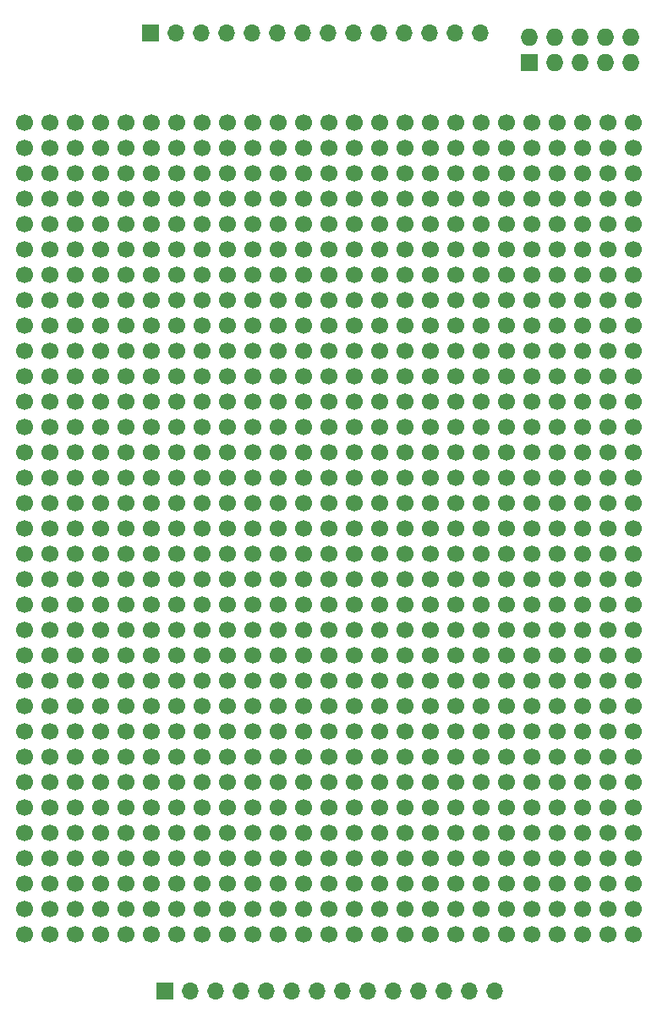
<source format=gbr>
%TF.GenerationSoftware,KiCad,Pcbnew,(6.0.8-1)-1*%
%TF.CreationDate,2023-02-02T10:16:17-05:00*%
%TF.ProjectId,protopcb,70726f74-6f70-4636-922e-6b696361645f,rev?*%
%TF.SameCoordinates,Original*%
%TF.FileFunction,Copper,L2,Bot*%
%TF.FilePolarity,Positive*%
%FSLAX46Y46*%
G04 Gerber Fmt 4.6, Leading zero omitted, Abs format (unit mm)*
G04 Created by KiCad (PCBNEW (6.0.8-1)-1) date 2023-02-02 10:16:17*
%MOMM*%
%LPD*%
G01*
G04 APERTURE LIST*
%TA.AperFunction,ComponentPad*%
%ADD10R,1.700000X1.700000*%
%TD*%
%TA.AperFunction,ComponentPad*%
%ADD11O,1.700000X1.700000*%
%TD*%
%TA.AperFunction,ComponentPad*%
%ADD12C,1.700000*%
%TD*%
%TA.AperFunction,ComponentPad*%
%ADD13O,1.727200X1.727200*%
%TD*%
%TA.AperFunction,ComponentPad*%
%ADD14R,1.727200X1.727200*%
%TD*%
G04 APERTURE END LIST*
D10*
%TO.P,REF\u002A\u002A,1*%
%TO.N,N/C*%
X48500000Y-128975000D03*
D11*
%TO.P,REF\u002A\u002A,2*%
X51040000Y-128975000D03*
%TO.P,REF\u002A\u002A,3*%
X53580000Y-128975000D03*
%TO.P,REF\u002A\u002A,4*%
X56120000Y-128975000D03*
%TO.P,REF\u002A\u002A,5*%
X58660000Y-128975000D03*
%TO.P,REF\u002A\u002A,6*%
X61200000Y-128975000D03*
%TO.P,REF\u002A\u002A,7*%
X63740000Y-128975000D03*
%TO.P,REF\u002A\u002A,8*%
X66280000Y-128975000D03*
%TO.P,REF\u002A\u002A,9*%
X68820000Y-128975000D03*
%TO.P,REF\u002A\u002A,10*%
X71360000Y-128975000D03*
%TO.P,REF\u002A\u002A,11*%
X73900000Y-128975000D03*
%TO.P,REF\u002A\u002A,12*%
X76440000Y-128975000D03*
%TO.P,REF\u002A\u002A,13*%
X78980000Y-128975000D03*
%TO.P,REF\u002A\u002A,14*%
X81520000Y-128975000D03*
%TD*%
D10*
%TO.P,REF\u002A\u002A,1*%
%TO.N,N/C*%
X47000000Y-33000000D03*
D11*
%TO.P,REF\u002A\u002A,2*%
X49540000Y-33000000D03*
%TO.P,REF\u002A\u002A,3*%
X52080000Y-33000000D03*
%TO.P,REF\u002A\u002A,4*%
X54620000Y-33000000D03*
%TO.P,REF\u002A\u002A,5*%
X57160000Y-33000000D03*
%TO.P,REF\u002A\u002A,6*%
X59700000Y-33000000D03*
%TO.P,REF\u002A\u002A,7*%
X62240000Y-33000000D03*
%TO.P,REF\u002A\u002A,8*%
X64780000Y-33000000D03*
%TO.P,REF\u002A\u002A,9*%
X67320000Y-33000000D03*
%TO.P,REF\u002A\u002A,10*%
X69860000Y-33000000D03*
%TO.P,REF\u002A\u002A,11*%
X72400000Y-33000000D03*
%TO.P,REF\u002A\u002A,12*%
X74940000Y-33000000D03*
%TO.P,REF\u002A\u002A,13*%
X77480000Y-33000000D03*
%TO.P,REF\u002A\u002A,14*%
X80020000Y-33000000D03*
%TD*%
D12*
%TO.P,REF\u002A\u002A566,*%
%TO.N,*%
X87720000Y-77590000D03*
%TD*%
%TO.P,REF\u002A\u002A624,*%
%TO.N,*%
X72480000Y-97910000D03*
%TD*%
%TO.P,REF\u002A\u002A112,*%
%TO.N,*%
X47080000Y-49650000D03*
%TD*%
%TO.P,REF\u002A\u002A374,*%
%TO.N,*%
X67400000Y-54730000D03*
%TD*%
%TO.P,REF\u002A\u002A813,*%
%TO.N,*%
X39460000Y-54730000D03*
%TD*%
%TO.P,REF\u002A\u002A94,*%
%TO.N,*%
X62320000Y-42030000D03*
%TD*%
%TO.P,REF\u002A\u002A586,*%
%TO.N,*%
X77560000Y-85210000D03*
%TD*%
%TO.P,REF\u002A\u002A603,*%
%TO.N,*%
X80100000Y-90290000D03*
%TD*%
%TO.P,REF\u002A\u002A597,*%
%TO.N,*%
X85180000Y-87750000D03*
%TD*%
%TO.P,REF\u002A\u002A54,*%
%TO.N,*%
X42000000Y-105530000D03*
%TD*%
%TO.P,REF\u002A\u002A404,*%
%TO.N,*%
X67400000Y-92830000D03*
%TD*%
%TO.P,REF\u002A\u002A874,*%
%TO.N,*%
X36920000Y-105530000D03*
%TD*%
%TO.P,REF\u002A\u002A247,*%
%TO.N,*%
X64860000Y-90290000D03*
%TD*%
%TO.P,REF\u002A\u002A470,*%
%TO.N,*%
X87720000Y-47110000D03*
%TD*%
%TO.P,REF\u002A\u002A348,*%
%TO.N,*%
X57240000Y-123310000D03*
%TD*%
%TO.P,REF\u002A\u002A393,*%
%TO.N,*%
X69940000Y-77590000D03*
%TD*%
%TO.P,REF\u002A\u002A479,*%
%TO.N,*%
X90260000Y-49650000D03*
%TD*%
%TO.P,REF\u002A\u002A129,*%
%TO.N,*%
X49620000Y-54730000D03*
%TD*%
%TO.P,REF\u002A\u002A692,*%
%TO.N,*%
X82640000Y-118230000D03*
%TD*%
%TO.P,REF\u002A\u002A7,*%
%TO.N,*%
X44540000Y-44570000D03*
%TD*%
%TO.P,REF\u002A\u002A852,*%
%TO.N,*%
X39460000Y-87750000D03*
%TD*%
%TO.P,REF\u002A\u002A755,*%
%TO.N,*%
X95340000Y-80130000D03*
%TD*%
%TO.P,REF\u002A\u002A290,*%
%TO.N,*%
X52160000Y-105530000D03*
%TD*%
%TO.P,REF\u002A\u002A221,*%
%TO.N,*%
X59780000Y-82670000D03*
%TD*%
%TO.P,REF\u002A\u002A340,*%
%TO.N,*%
X57240000Y-120770000D03*
%TD*%
%TO.P,REF\u002A\u002A22,*%
%TO.N,*%
X42000000Y-64890000D03*
%TD*%
%TO.P,REF\u002A\u002A146,*%
%TO.N,*%
X52160000Y-59810000D03*
%TD*%
%TO.P,REF\u002A\u002A103,*%
%TO.N,*%
X64860000Y-44570000D03*
%TD*%
%TO.P,REF\u002A\u002A256,*%
%TO.N,*%
X47080000Y-95370000D03*
%TD*%
%TO.P,REF\u002A\u002A872,*%
%TO.N,*%
X34380000Y-102990000D03*
%TD*%
%TO.P,REF\u002A\u002A672,*%
%TO.N,*%
X72480000Y-113150000D03*
%TD*%
%TO.P,REF\u002A\u002A826,*%
%TO.N,*%
X36920000Y-64890000D03*
%TD*%
%TO.P,REF\u002A\u002A625,*%
%TO.N,*%
X75020000Y-97910000D03*
%TD*%
%TO.P,REF\u002A\u002A600,*%
%TO.N,*%
X72480000Y-90290000D03*
%TD*%
%TO.P,REF\u002A\u002A843,*%
%TO.N,*%
X39460000Y-80130000D03*
%TD*%
%TO.P,REF\u002A\u002A132,*%
%TO.N,*%
X57240000Y-54730000D03*
%TD*%
%TO.P,REF\u002A\u002A151,*%
%TO.N,*%
X64860000Y-59810000D03*
%TD*%
%TO.P,REF\u002A\u002A664,*%
%TO.N,*%
X72480000Y-110610000D03*
%TD*%
%TO.P,REF\u002A\u002A724,*%
%TO.N,*%
X92800000Y-42030000D03*
%TD*%
%TO.P,REF\u002A\u002A840,*%
%TO.N,*%
X39460000Y-77590000D03*
%TD*%
%TO.P,REF\u002A\u002A613,*%
%TO.N,*%
X85180000Y-92830000D03*
%TD*%
%TO.P,REF\u002A\u002A815,*%
%TO.N,*%
X34380000Y-54730000D03*
%TD*%
%TO.P,REF\u002A\u002A427,*%
%TO.N,*%
X69940000Y-120770000D03*
%TD*%
%TO.P,REF\u002A\u002A499,*%
%TO.N,*%
X80100000Y-57270000D03*
%TD*%
%TO.P,REF\u002A\u002A253,*%
%TO.N,*%
X59780000Y-92830000D03*
%TD*%
%TO.P,REF\u002A\u002A315,*%
%TO.N,*%
X54700000Y-113150000D03*
%TD*%
%TO.P,REF\u002A\u002A509,*%
%TO.N,*%
X85180000Y-59810000D03*
%TD*%
%TO.P,REF\u002A\u002A810,*%
%TO.N,*%
X39460000Y-52190000D03*
%TD*%
%TO.P,REF\u002A\u002A91,*%
%TO.N,*%
X54700000Y-42030000D03*
%TD*%
%TO.P,REF\u002A\u002A809,*%
%TO.N,*%
X34380000Y-49650000D03*
%TD*%
%TO.P,REF\u002A\u002A156,*%
%TO.N,*%
X57240000Y-62350000D03*
%TD*%
%TO.P,REF\u002A\u002A35,*%
%TO.N,*%
X44540000Y-80130000D03*
%TD*%
%TO.P,REF\u002A\u002A730,*%
%TO.N,*%
X92800000Y-49650000D03*
%TD*%
%TO.P,REF\u002A\u002A514,*%
%TO.N,*%
X77560000Y-62350000D03*
%TD*%
%TO.P,REF\u002A\u002A411,*%
%TO.N,*%
X69940000Y-100450000D03*
%TD*%
%TO.P,REF\u002A\u002A49,*%
%TO.N,*%
X44540000Y-97910000D03*
%TD*%
%TO.P,REF\u002A\u002A425,*%
%TO.N,*%
X69940000Y-118230000D03*
%TD*%
%TO.P,REF\u002A\u002A473,*%
%TO.N,*%
X75020000Y-49650000D03*
%TD*%
%TO.P,REF\u002A\u002A847,*%
%TO.N,*%
X36920000Y-82670000D03*
%TD*%
%TO.P,REF\u002A\u002A650,*%
%TO.N,*%
X77560000Y-105530000D03*
%TD*%
%TO.P,REF\u002A\u002A131,*%
%TO.N,*%
X54700000Y-54730000D03*
%TD*%
%TO.P,REF\u002A\u002A124,*%
%TO.N,*%
X57240000Y-52190000D03*
%TD*%
%TO.P,REF\u002A\u002A846,*%
%TO.N,*%
X39460000Y-82670000D03*
%TD*%
%TO.P,REF\u002A\u002A816,*%
%TO.N,*%
X39460000Y-57270000D03*
%TD*%
%TO.P,REF\u002A\u002A832,*%
%TO.N,*%
X36920000Y-69970000D03*
%TD*%
%TO.P,REF\u002A\u002A656,*%
%TO.N,*%
X72480000Y-108070000D03*
%TD*%
%TO.P,REF\u002A\u002A5,*%
%TO.N,*%
X44540000Y-42030000D03*
%TD*%
%TO.P,REF\u002A\u002A576,*%
%TO.N,*%
X72480000Y-82670000D03*
%TD*%
%TO.P,REF\u002A\u002A341,*%
%TO.N,*%
X59780000Y-120770000D03*
%TD*%
%TO.P,REF\u002A\u002A136,*%
%TO.N,*%
X47080000Y-57270000D03*
%TD*%
%TO.P,REF\u002A\u002A488,*%
%TO.N,*%
X72480000Y-54730000D03*
%TD*%
%TO.P,REF\u002A\u002A119,*%
%TO.N,*%
X64860000Y-49650000D03*
%TD*%
%TO.P,REF\u002A\u002A465,*%
%TO.N,*%
X75020000Y-47110000D03*
%TD*%
%TO.P,REF\u002A\u002A396,*%
%TO.N,*%
X67400000Y-82670000D03*
%TD*%
%TO.P,REF\u002A\u002A116,*%
%TO.N,*%
X57240000Y-49650000D03*
%TD*%
%TO.P,REF\u002A\u002A334,*%
%TO.N,*%
X62320000Y-118230000D03*
%TD*%
%TO.P,REF\u002A\u002A263,*%
%TO.N,*%
X64860000Y-95370000D03*
%TD*%
%TO.P,REF\u002A\u002A240,*%
%TO.N,*%
X47080000Y-90290000D03*
%TD*%
%TO.P,REF\u002A\u002A674,*%
%TO.N,*%
X77560000Y-113150000D03*
%TD*%
%TO.P,REF\u002A\u002A428,*%
%TO.N,*%
X67400000Y-123310000D03*
%TD*%
%TO.P,REF\u002A\u002A323,*%
%TO.N,*%
X54700000Y-115690000D03*
%TD*%
%TO.P,REF\u002A\u002A410,*%
%TO.N,*%
X67400000Y-100450000D03*
%TD*%
%TO.P,REF\u002A\u002A571,*%
%TO.N,*%
X80100000Y-80130000D03*
%TD*%
%TO.P,REF\u002A\u002A43,*%
%TO.N,*%
X44540000Y-90290000D03*
%TD*%
%TO.P,REF\u002A\u002A420,*%
%TO.N,*%
X67400000Y-113150000D03*
%TD*%
%TO.P,REF\u002A\u002A610,*%
%TO.N,*%
X77560000Y-92830000D03*
%TD*%
%TO.P,REF\u002A\u002A58,*%
%TO.N,*%
X42000000Y-110610000D03*
%TD*%
%TO.P,REF\u002A\u002A314,*%
%TO.N,*%
X52160000Y-113150000D03*
%TD*%
%TO.P,REF\u002A\u002A825,*%
%TO.N,*%
X39460000Y-64890000D03*
%TD*%
%TO.P,REF\u002A\u002A351,*%
%TO.N,*%
X64860000Y-123310000D03*
%TD*%
%TO.P,REF\u002A\u002A848,*%
%TO.N,*%
X34380000Y-82670000D03*
%TD*%
%TO.P,REF\u002A\u002A342,*%
%TO.N,*%
X62320000Y-120770000D03*
%TD*%
%TO.P,REF\u002A\u002A38,*%
%TO.N,*%
X42000000Y-85210000D03*
%TD*%
%TO.P,REF\u002A\u002A413,*%
%TO.N,*%
X69940000Y-102990000D03*
%TD*%
%TO.P,REF\u002A\u002A701,*%
%TO.N,*%
X85180000Y-120770000D03*
%TD*%
%TO.P,REF\u002A\u002A828,*%
%TO.N,*%
X39460000Y-67430000D03*
%TD*%
%TO.P,REF\u002A\u002A37,*%
%TO.N,*%
X44540000Y-82670000D03*
%TD*%
%TO.P,REF\u002A\u002A423,*%
%TO.N,*%
X69940000Y-115690000D03*
%TD*%
%TO.P,REF\u002A\u002A655,*%
%TO.N,*%
X90260000Y-105530000D03*
%TD*%
%TO.P,REF\u002A\u002A333,*%
%TO.N,*%
X59780000Y-118230000D03*
%TD*%
%TO.P,REF\u002A\u002A881,*%
%TO.N,*%
X34380000Y-110610000D03*
%TD*%
%TO.P,REF\u002A\u002A254,*%
%TO.N,*%
X62320000Y-92830000D03*
%TD*%
%TO.P,REF\u002A\u002A618,*%
%TO.N,*%
X77560000Y-95370000D03*
%TD*%
%TO.P,REF\u002A\u002A642,*%
%TO.N,*%
X77560000Y-102990000D03*
%TD*%
%TO.P,REF\u002A\u002A99,*%
%TO.N,*%
X54700000Y-44570000D03*
%TD*%
%TO.P,REF\u002A\u002A760,*%
%TO.N,*%
X92800000Y-87750000D03*
%TD*%
%TO.P,REF\u002A\u002A400,*%
%TO.N,*%
X67400000Y-87750000D03*
%TD*%
%TO.P,REF\u002A\u002A65,*%
%TO.N,*%
X44540000Y-118230000D03*
%TD*%
%TO.P,REF\u002A\u002A658,*%
%TO.N,*%
X77560000Y-108070000D03*
%TD*%
%TO.P,REF\u002A\u002A740,*%
%TO.N,*%
X92800000Y-62350000D03*
%TD*%
%TO.P,REF\u002A\u002A369,*%
%TO.N,*%
X69940000Y-47110000D03*
%TD*%
%TO.P,REF\u002A\u002A648,*%
%TO.N,*%
X72480000Y-105530000D03*
%TD*%
%TO.P,REF\u002A\u002A882,*%
%TO.N,*%
X39460000Y-113150000D03*
%TD*%
%TO.P,REF\u002A\u002A827,*%
%TO.N,*%
X34380000Y-64890000D03*
%TD*%
%TO.P,REF\u002A\u002A311,*%
%TO.N,*%
X64860000Y-110610000D03*
%TD*%
%TO.P,REF\u002A\u002A391,*%
%TO.N,*%
X69940000Y-75050000D03*
%TD*%
%TO.P,REF\u002A\u002A398,*%
%TO.N,*%
X67400000Y-85210000D03*
%TD*%
%TO.P,REF\u002A\u002A335,*%
%TO.N,*%
X64860000Y-118230000D03*
%TD*%
%TO.P,REF\u002A\u002A876,*%
%TO.N,*%
X39460000Y-108070000D03*
%TD*%
%TO.P,REF\u002A\u002A679,*%
%TO.N,*%
X90260000Y-113150000D03*
%TD*%
%TO.P,REF\u002A\u002A246,*%
%TO.N,*%
X62320000Y-90290000D03*
%TD*%
%TO.P,REF\u002A\u002A612,*%
%TO.N,*%
X82640000Y-92830000D03*
%TD*%
%TO.P,REF\u002A\u002A274,*%
%TO.N,*%
X52160000Y-100450000D03*
%TD*%
%TO.P,REF\u002A\u002A764,*%
%TO.N,*%
X92800000Y-92830000D03*
%TD*%
%TO.P,REF\u002A\u002A261,*%
%TO.N,*%
X59780000Y-95370000D03*
%TD*%
%TO.P,REF\u002A\u002A812,*%
%TO.N,*%
X34380000Y-52190000D03*
%TD*%
%TO.P,REF\u002A\u002A457,*%
%TO.N,*%
X75020000Y-44570000D03*
%TD*%
%TO.P,REF\u002A\u002A276,*%
%TO.N,*%
X57240000Y-100450000D03*
%TD*%
%TO.P,REF\u002A\u002A330,*%
%TO.N,*%
X52160000Y-118230000D03*
%TD*%
%TO.P,REF\u002A\u002A46,*%
%TO.N,*%
X42000000Y-95370000D03*
%TD*%
%TO.P,REF\u002A\u002A676,*%
%TO.N,*%
X82640000Y-113150000D03*
%TD*%
%TO.P,REF\u002A\u002A223,*%
%TO.N,*%
X64860000Y-82670000D03*
%TD*%
%TO.P,REF\u002A\u002A546,*%
%TO.N,*%
X77560000Y-72510000D03*
%TD*%
%TO.P,REF\u002A\u002A781,*%
%TO.N,*%
X95340000Y-113150000D03*
%TD*%
%TO.P,REF\u002A\u002A111,*%
%TO.N,*%
X64860000Y-47110000D03*
%TD*%
%TO.P,REF\u002A\u002A468,*%
%TO.N,*%
X82640000Y-47110000D03*
%TD*%
%TO.P,REF\u002A\u002A388,*%
%TO.N,*%
X67400000Y-72510000D03*
%TD*%
%TO.P,REF\u002A\u002A628,*%
%TO.N,*%
X82640000Y-97910000D03*
%TD*%
%TO.P,REF\u002A\u002A225,*%
%TO.N,*%
X49620000Y-85210000D03*
%TD*%
%TO.P,REF\u002A\u002A634,*%
%TO.N,*%
X77560000Y-100450000D03*
%TD*%
%TO.P,REF\u002A\u002A380,*%
%TO.N,*%
X67400000Y-62350000D03*
%TD*%
%TO.P,REF\u002A\u002A209,*%
%TO.N,*%
X49620000Y-80130000D03*
%TD*%
%TO.P,REF\u002A\u002A523,*%
%TO.N,*%
X80100000Y-64890000D03*
%TD*%
%TO.P,REF\u002A\u002A532,*%
%TO.N,*%
X82640000Y-67430000D03*
%TD*%
%TO.P,REF\u002A\u002A638,*%
%TO.N,*%
X87720000Y-100450000D03*
%TD*%
%TO.P,REF\u002A\u002A619,*%
%TO.N,*%
X80100000Y-95370000D03*
%TD*%
%TO.P,REF\u002A\u002A419,*%
%TO.N,*%
X69940000Y-110610000D03*
%TD*%
%TO.P,REF\u002A\u002A892,*%
%TO.N,*%
X36920000Y-120770000D03*
%TD*%
%TO.P,REF\u002A\u002A33,*%
%TO.N,*%
X44540000Y-77590000D03*
%TD*%
%TO.P,REF\u002A\u002A841,*%
%TO.N,*%
X36920000Y-77590000D03*
%TD*%
%TO.P,REF\u002A\u002A224,*%
%TO.N,*%
X47080000Y-85210000D03*
%TD*%
%TO.P,REF\u002A\u002A205,*%
%TO.N,*%
X59780000Y-77590000D03*
%TD*%
%TO.P,REF\u002A\u002A459,*%
%TO.N,*%
X80100000Y-44570000D03*
%TD*%
%TO.P,REF\u002A\u002A787,*%
%TO.N,*%
X95340000Y-120770000D03*
%TD*%
%TO.P,REF\u002A\u002A252,*%
%TO.N,*%
X57240000Y-92830000D03*
%TD*%
%TO.P,REF\u002A\u002A170,*%
%TO.N,*%
X52160000Y-67430000D03*
%TD*%
%TO.P,REF\u002A\u002A220,*%
%TO.N,*%
X57240000Y-82670000D03*
%TD*%
%TO.P,REF\u002A\u002A498,*%
%TO.N,*%
X77560000Y-57270000D03*
%TD*%
%TO.P,REF\u002A\u002A703,*%
%TO.N,*%
X90260000Y-120770000D03*
%TD*%
%TO.P,REF\u002A\u002A390,*%
%TO.N,*%
X67400000Y-75050000D03*
%TD*%
%TO.P,REF\u002A\u002A14,*%
%TO.N,*%
X42000000Y-54730000D03*
%TD*%
%TO.P,REF\u002A\u002A896,*%
%TO.N,*%
X34380000Y-123310000D03*
%TD*%
%TO.P,REF\u002A\u002A822,*%
%TO.N,*%
X39460000Y-62350000D03*
%TD*%
%TO.P,REF\u002A\u002A867,*%
%TO.N,*%
X39460000Y-100450000D03*
%TD*%
%TO.P,REF\u002A\u002A161,*%
%TO.N,*%
X49620000Y-64890000D03*
%TD*%
%TO.P,REF\u002A\u002A394,*%
%TO.N,*%
X67400000Y-80130000D03*
%TD*%
%TO.P,REF\u002A\u002A200,*%
%TO.N,*%
X47080000Y-77590000D03*
%TD*%
%TO.P,REF\u002A\u002A553,*%
%TO.N,*%
X75020000Y-75050000D03*
%TD*%
%TO.P,REF\u002A\u002A134,*%
%TO.N,*%
X62320000Y-54730000D03*
%TD*%
%TO.P,REF\u002A\u002A347,*%
%TO.N,*%
X54700000Y-123310000D03*
%TD*%
%TO.P,REF\u002A\u002A639,*%
%TO.N,*%
X90260000Y-100450000D03*
%TD*%
%TO.P,REF\u002A\u002A40,*%
%TO.N,*%
X42000000Y-87750000D03*
%TD*%
%TO.P,REF\u002A\u002A680,*%
%TO.N,*%
X72480000Y-115690000D03*
%TD*%
%TO.P,REF\u002A\u002A120,*%
%TO.N,*%
X47080000Y-52190000D03*
%TD*%
%TO.P,REF\u002A\u002A549,*%
%TO.N,*%
X85180000Y-72510000D03*
%TD*%
%TO.P,REF\u002A\u002A168,*%
%TO.N,*%
X47080000Y-67430000D03*
%TD*%
%TO.P,REF\u002A\u002A766,*%
%TO.N,*%
X92800000Y-95370000D03*
%TD*%
%TO.P,REF\u002A\u002A115,*%
%TO.N,*%
X54700000Y-49650000D03*
%TD*%
%TO.P,REF\u002A\u002A267,*%
%TO.N,*%
X54700000Y-97910000D03*
%TD*%
%TO.P,REF\u002A\u002A551,*%
%TO.N,*%
X90260000Y-72510000D03*
%TD*%
%TO.P,REF\u002A\u002A346,*%
%TO.N,*%
X52160000Y-123310000D03*
%TD*%
%TO.P,REF\u002A\u002A749,*%
%TO.N,*%
X95340000Y-72510000D03*
%TD*%
%TO.P,REF\u002A\u002A875,*%
%TO.N,*%
X34380000Y-105530000D03*
%TD*%
%TO.P,REF\u002A\u002A367,*%
%TO.N,*%
X69940000Y-44570000D03*
%TD*%
%TO.P,REF\u002A\u002A871,*%
%TO.N,*%
X36920000Y-102990000D03*
%TD*%
%TO.P,REF\u002A\u002A693,*%
%TO.N,*%
X85180000Y-118230000D03*
%TD*%
%TO.P,REF\u002A\u002A371,*%
%TO.N,*%
X69940000Y-49650000D03*
%TD*%
%TO.P,REF\u002A\u002A56,*%
%TO.N,*%
X42000000Y-108070000D03*
%TD*%
%TO.P,REF\u002A\u002A880,*%
%TO.N,*%
X36920000Y-110610000D03*
%TD*%
%TO.P,REF\u002A\u002A42,*%
%TO.N,*%
X42000000Y-90290000D03*
%TD*%
%TO.P,REF\u002A\u002A109,*%
%TO.N,*%
X59780000Y-47110000D03*
%TD*%
%TO.P,REF\u002A\u002A660,*%
%TO.N,*%
X82640000Y-108070000D03*
%TD*%
%TO.P,REF\u002A\u002A458,*%
%TO.N,*%
X77560000Y-44570000D03*
%TD*%
%TO.P,REF\u002A\u002A684,*%
%TO.N,*%
X82640000Y-115690000D03*
%TD*%
%TO.P,REF\u002A\u002A862,*%
%TO.N,*%
X36920000Y-95370000D03*
%TD*%
%TO.P,REF\u002A\u002A890,*%
%TO.N,*%
X34380000Y-118230000D03*
%TD*%
%TO.P,REF\u002A\u002A678,*%
%TO.N,*%
X87720000Y-113150000D03*
%TD*%
%TO.P,REF\u002A\u002A281,*%
%TO.N,*%
X49620000Y-102990000D03*
%TD*%
%TO.P,REF\u002A\u002A97,*%
%TO.N,*%
X49620000Y-44570000D03*
%TD*%
%TO.P,REF\u002A\u002A166,*%
%TO.N,*%
X62320000Y-64890000D03*
%TD*%
%TO.P,REF\u002A\u002A255,*%
%TO.N,*%
X64860000Y-92830000D03*
%TD*%
%TO.P,REF\u002A\u002A682,*%
%TO.N,*%
X77560000Y-115690000D03*
%TD*%
%TO.P,REF\u002A\u002A102,*%
%TO.N,*%
X62320000Y-44570000D03*
%TD*%
%TO.P,REF\u002A\u002A697,*%
%TO.N,*%
X75020000Y-120770000D03*
%TD*%
%TO.P,REF\u002A\u002A598,*%
%TO.N,*%
X87720000Y-87750000D03*
%TD*%
%TO.P,REF\u002A\u002A744,*%
%TO.N,*%
X92800000Y-67430000D03*
%TD*%
%TO.P,REF\u002A\u002A536,*%
%TO.N,*%
X72480000Y-69970000D03*
%TD*%
%TO.P,REF\u002A\u002A67,*%
%TO.N,*%
X44540000Y-120770000D03*
%TD*%
%TO.P,REF\u002A\u002A510,*%
%TO.N,*%
X87720000Y-59810000D03*
%TD*%
%TO.P,REF\u002A\u002A685,*%
%TO.N,*%
X85180000Y-115690000D03*
%TD*%
%TO.P,REF\u002A\u002A574,*%
%TO.N,*%
X87720000Y-80130000D03*
%TD*%
%TO.P,REF\u002A\u002A630,*%
%TO.N,*%
X87720000Y-97910000D03*
%TD*%
%TO.P,REF\u002A\u002A506,*%
%TO.N,*%
X77560000Y-59810000D03*
%TD*%
%TO.P,REF\u002A\u002A6,*%
%TO.N,*%
X42000000Y-44570000D03*
%TD*%
%TO.P,REF\u002A\u002A609,*%
%TO.N,*%
X75020000Y-92830000D03*
%TD*%
%TO.P,REF\u002A\u002A55,*%
%TO.N,*%
X44540000Y-105530000D03*
%TD*%
%TO.P,REF\u002A\u002A30,*%
%TO.N,*%
X42000000Y-75050000D03*
%TD*%
%TO.P,REF\u002A\u002A519,*%
%TO.N,*%
X90260000Y-62350000D03*
%TD*%
%TO.P,REF\u002A\u002A421,*%
%TO.N,*%
X69940000Y-113150000D03*
%TD*%
%TO.P,REF\u002A\u002A654,*%
%TO.N,*%
X87720000Y-105530000D03*
%TD*%
%TO.P,REF\u002A\u002A741,*%
%TO.N,*%
X95340000Y-62350000D03*
%TD*%
%TO.P,REF\u002A\u002A853,*%
%TO.N,*%
X36920000Y-87750000D03*
%TD*%
%TO.P,REF\u002A\u002A505,*%
%TO.N,*%
X75020000Y-59810000D03*
%TD*%
%TO.P,REF\u002A\u002A125,*%
%TO.N,*%
X59780000Y-52190000D03*
%TD*%
%TO.P,REF\u002A\u002A196,*%
%TO.N,*%
X57240000Y-75050000D03*
%TD*%
%TO.P,REF\u002A\u002A725,*%
%TO.N,*%
X95340000Y-42030000D03*
%TD*%
%TO.P,REF\u002A\u002A302,*%
%TO.N,*%
X62320000Y-108070000D03*
%TD*%
%TO.P,REF\u002A\u002A746,*%
%TO.N,*%
X92800000Y-69970000D03*
%TD*%
%TO.P,REF\u002A\u002A583,*%
%TO.N,*%
X90260000Y-82670000D03*
%TD*%
%TO.P,REF\u002A\u002A326,*%
%TO.N,*%
X62320000Y-115690000D03*
%TD*%
%TO.P,REF\u002A\u002A26,*%
%TO.N,*%
X42000000Y-69970000D03*
%TD*%
%TO.P,REF\u002A\u002A268,*%
%TO.N,*%
X57240000Y-97910000D03*
%TD*%
%TO.P,REF\u002A\u002A833,*%
%TO.N,*%
X34380000Y-69970000D03*
%TD*%
%TO.P,REF\u002A\u002A188,*%
%TO.N,*%
X57240000Y-72510000D03*
%TD*%
%TO.P,REF\u002A\u002A635,*%
%TO.N,*%
X80100000Y-100450000D03*
%TD*%
%TO.P,REF\u002A\u002A561,*%
%TO.N,*%
X75020000Y-77590000D03*
%TD*%
%TO.P,REF\u002A\u002A295,*%
%TO.N,*%
X64860000Y-105530000D03*
%TD*%
%TO.P,REF\u002A\u002A585,*%
%TO.N,*%
X75020000Y-85210000D03*
%TD*%
%TO.P,REF\u002A\u002A325,*%
%TO.N,*%
X59780000Y-115690000D03*
%TD*%
%TO.P,REF\u002A\u002A29,*%
%TO.N,*%
X44540000Y-72510000D03*
%TD*%
%TO.P,REF\u002A\u002A318,*%
%TO.N,*%
X62320000Y-113150000D03*
%TD*%
%TO.P,REF\u002A\u002A462,*%
%TO.N,*%
X87720000Y-44570000D03*
%TD*%
%TO.P,REF\u002A\u002A469,*%
%TO.N,*%
X85180000Y-47110000D03*
%TD*%
%TO.P,REF\u002A\u002A607,*%
%TO.N,*%
X90260000Y-90290000D03*
%TD*%
%TO.P,REF\u002A\u002A736,*%
%TO.N,*%
X92800000Y-57270000D03*
%TD*%
%TO.P,REF\u002A\u002A768,*%
%TO.N,*%
X92800000Y-97910000D03*
%TD*%
%TO.P,REF\u002A\u002A381,*%
%TO.N,*%
X69940000Y-62350000D03*
%TD*%
%TO.P,REF\u002A\u002A272,*%
%TO.N,*%
X47080000Y-100450000D03*
%TD*%
%TO.P,REF\u002A\u002A802,*%
%TO.N,*%
X36920000Y-44570000D03*
%TD*%
%TO.P,REF\u002A\u002A244,*%
%TO.N,*%
X57240000Y-90290000D03*
%TD*%
%TO.P,REF\u002A\u002A548,*%
%TO.N,*%
X82640000Y-72510000D03*
%TD*%
%TO.P,REF\u002A\u002A128,*%
%TO.N,*%
X47080000Y-54730000D03*
%TD*%
%TO.P,REF\u002A\u002A704,*%
%TO.N,*%
X72480000Y-123310000D03*
%TD*%
%TO.P,REF\u002A\u002A799,*%
%TO.N,*%
X36920000Y-42030000D03*
%TD*%
%TO.P,REF\u002A\u002A555,*%
%TO.N,*%
X80100000Y-75050000D03*
%TD*%
%TO.P,REF\u002A\u002A13,*%
%TO.N,*%
X44540000Y-52190000D03*
%TD*%
%TO.P,REF\u002A\u002A854,*%
%TO.N,*%
X34380000Y-87750000D03*
%TD*%
%TO.P,REF\u002A\u002A491,*%
%TO.N,*%
X80100000Y-54730000D03*
%TD*%
%TO.P,REF\u002A\u002A858,*%
%TO.N,*%
X39460000Y-92830000D03*
%TD*%
%TO.P,REF\u002A\u002A241,*%
%TO.N,*%
X49620000Y-90290000D03*
%TD*%
%TO.P,REF\u002A\u002A429,*%
%TO.N,*%
X69940000Y-123310000D03*
%TD*%
%TO.P,REF\u002A\u002A888,*%
%TO.N,*%
X39460000Y-118230000D03*
%TD*%
%TO.P,REF\u002A\u002A729,*%
%TO.N,*%
X95340000Y-47110000D03*
%TD*%
%TO.P,REF\u002A\u002A485,*%
%TO.N,*%
X85180000Y-52190000D03*
%TD*%
%TO.P,REF\u002A\u002A686,*%
%TO.N,*%
X87720000Y-115690000D03*
%TD*%
%TO.P,REF\u002A\u002A580,*%
%TO.N,*%
X82640000Y-82670000D03*
%TD*%
%TO.P,REF\u002A\u002A155,*%
%TO.N,*%
X54700000Y-62350000D03*
%TD*%
%TO.P,REF\u002A\u002A93,*%
%TO.N,*%
X59780000Y-42030000D03*
%TD*%
%TO.P,REF\u002A\u002A370,*%
%TO.N,*%
X67400000Y-49650000D03*
%TD*%
%TO.P,REF\u002A\u002A216,*%
%TO.N,*%
X47080000Y-82670000D03*
%TD*%
%TO.P,REF\u002A\u002A157,*%
%TO.N,*%
X59780000Y-62350000D03*
%TD*%
%TO.P,REF\u002A\u002A483,*%
%TO.N,*%
X80100000Y-52190000D03*
%TD*%
%TO.P,REF\u002A\u002A554,*%
%TO.N,*%
X77560000Y-75050000D03*
%TD*%
%TO.P,REF\u002A\u002A868,*%
%TO.N,*%
X36920000Y-100450000D03*
%TD*%
%TO.P,REF\u002A\u002A804,*%
%TO.N,*%
X39460000Y-47110000D03*
%TD*%
%TO.P,REF\u002A\u002A577,*%
%TO.N,*%
X75020000Y-82670000D03*
%TD*%
%TO.P,REF\u002A\u002A160,*%
%TO.N,*%
X47080000Y-64890000D03*
%TD*%
%TO.P,REF\u002A\u002A198,*%
%TO.N,*%
X62320000Y-75050000D03*
%TD*%
%TO.P,REF\u002A\u002A817,*%
%TO.N,*%
X36920000Y-57270000D03*
%TD*%
%TO.P,REF\u002A\u002A517,*%
%TO.N,*%
X85180000Y-62350000D03*
%TD*%
%TO.P,REF\u002A\u002A777,*%
%TO.N,*%
X95340000Y-108070000D03*
%TD*%
%TO.P,REF\u002A\u002A312,*%
%TO.N,*%
X47080000Y-113150000D03*
%TD*%
%TO.P,REF\u002A\u002A284,*%
%TO.N,*%
X57240000Y-102990000D03*
%TD*%
%TO.P,REF\u002A\u002A530,*%
%TO.N,*%
X77560000Y-67430000D03*
%TD*%
%TO.P,REF\u002A\u002A415,*%
%TO.N,*%
X69940000Y-105530000D03*
%TD*%
%TO.P,REF\u002A\u002A387,*%
%TO.N,*%
X69940000Y-69970000D03*
%TD*%
%TO.P,REF\u002A\u002A838,*%
%TO.N,*%
X36920000Y-75050000D03*
%TD*%
%TO.P,REF\u002A\u002A886,*%
%TO.N,*%
X36920000Y-115690000D03*
%TD*%
%TO.P,REF\u002A\u002A837,*%
%TO.N,*%
X39460000Y-75050000D03*
%TD*%
%TO.P,REF\u002A\u002A206,*%
%TO.N,*%
X62320000Y-77590000D03*
%TD*%
%TO.P,REF\u002A\u002A885,*%
%TO.N,*%
X39460000Y-115690000D03*
%TD*%
%TO.P,REF\u002A\u002A266,*%
%TO.N,*%
X52160000Y-97910000D03*
%TD*%
%TO.P,REF\u002A\u002A599,*%
%TO.N,*%
X90260000Y-87750000D03*
%TD*%
%TO.P,REF\u002A\u002A175,*%
%TO.N,*%
X64860000Y-67430000D03*
%TD*%
%TO.P,REF\u002A\u002A452,*%
%TO.N,*%
X82640000Y-42030000D03*
%TD*%
%TO.P,REF\u002A\u002A234,*%
%TO.N,*%
X52160000Y-87750000D03*
%TD*%
%TO.P,REF\u002A\u002A891,*%
%TO.N,*%
X39460000Y-120770000D03*
%TD*%
%TO.P,REF\u002A\u002A264,*%
%TO.N,*%
X47080000Y-97910000D03*
%TD*%
%TO.P,REF\u002A\u002A343,*%
%TO.N,*%
X64860000Y-120770000D03*
%TD*%
%TO.P,REF\u002A\u002A319,*%
%TO.N,*%
X64860000Y-113150000D03*
%TD*%
%TO.P,REF\u002A\u002A617,*%
%TO.N,*%
X75020000Y-95370000D03*
%TD*%
%TO.P,REF\u002A\u002A727,*%
%TO.N,*%
X95340000Y-44570000D03*
%TD*%
%TO.P,REF\u002A\u002A537,*%
%TO.N,*%
X75020000Y-69970000D03*
%TD*%
%TO.P,REF\u002A\u002A194,*%
%TO.N,*%
X52160000Y-75050000D03*
%TD*%
%TO.P,REF\u002A\u002A227,*%
%TO.N,*%
X54700000Y-85210000D03*
%TD*%
%TO.P,REF\u002A\u002A60,*%
%TO.N,*%
X42000000Y-113150000D03*
%TD*%
%TO.P,REF\u002A\u002A556,*%
%TO.N,*%
X82640000Y-75050000D03*
%TD*%
%TO.P,REF\u002A\u002A830,*%
%TO.N,*%
X34380000Y-67430000D03*
%TD*%
%TO.P,REF\u002A\u002A500,*%
%TO.N,*%
X82640000Y-57270000D03*
%TD*%
%TO.P,REF\u002A\u002A104,*%
%TO.N,*%
X47080000Y-47110000D03*
%TD*%
%TO.P,REF\u002A\u002A218,*%
%TO.N,*%
X52160000Y-82670000D03*
%TD*%
%TO.P,REF\u002A\u002A277,*%
%TO.N,*%
X59780000Y-100450000D03*
%TD*%
%TO.P,REF\u002A\u002A544,*%
%TO.N,*%
X72480000Y-72510000D03*
%TD*%
%TO.P,REF\u002A\u002A212,*%
%TO.N,*%
X57240000Y-80130000D03*
%TD*%
%TO.P,REF\u002A\u002A582,*%
%TO.N,*%
X87720000Y-82670000D03*
%TD*%
%TO.P,REF\u002A\u002A751,*%
%TO.N,*%
X95340000Y-75050000D03*
%TD*%
%TO.P,REF\u002A\u002A328,*%
%TO.N,*%
X47080000Y-118230000D03*
%TD*%
%TO.P,REF\u002A\u002A219,*%
%TO.N,*%
X54700000Y-82670000D03*
%TD*%
%TO.P,REF\u002A\u002A851,*%
%TO.N,*%
X34380000Y-85210000D03*
%TD*%
%TO.P,REF\u002A\u002A659,*%
%TO.N,*%
X80100000Y-108070000D03*
%TD*%
%TO.P,REF\u002A\u002A350,*%
%TO.N,*%
X62320000Y-123310000D03*
%TD*%
%TO.P,REF\u002A\u002A53,*%
%TO.N,*%
X44540000Y-102990000D03*
%TD*%
%TO.P,REF\u002A\u002A187,*%
%TO.N,*%
X54700000Y-72510000D03*
%TD*%
%TO.P,REF\u002A\u002A895,*%
%TO.N,*%
X36920000Y-123310000D03*
%TD*%
%TO.P,REF\u002A\u002A385,*%
%TO.N,*%
X69940000Y-67430000D03*
%TD*%
%TO.P,REF\u002A\u002A453,*%
%TO.N,*%
X85180000Y-42030000D03*
%TD*%
%TO.P,REF\u002A\u002A451,*%
%TO.N,*%
X80100000Y-42030000D03*
%TD*%
%TO.P,REF\u002A\u002A294,*%
%TO.N,*%
X62320000Y-105530000D03*
%TD*%
%TO.P,REF\u002A\u002A771,*%
%TO.N,*%
X95340000Y-100450000D03*
%TD*%
%TO.P,REF\u002A\u002A521,*%
%TO.N,*%
X75020000Y-64890000D03*
%TD*%
%TO.P,REF\u002A\u002A167,*%
%TO.N,*%
X64860000Y-64890000D03*
%TD*%
%TO.P,REF\u002A\u002A231,*%
%TO.N,*%
X64860000Y-85210000D03*
%TD*%
%TO.P,REF\u002A\u002A183,*%
%TO.N,*%
X64860000Y-69970000D03*
%TD*%
%TO.P,REF\u002A\u002A745,*%
%TO.N,*%
X95340000Y-67430000D03*
%TD*%
%TO.P,REF\u002A\u002A8,*%
%TO.N,*%
X42000000Y-47110000D03*
%TD*%
%TO.P,REF\u002A\u002A735,*%
%TO.N,*%
X95340000Y-54730000D03*
%TD*%
%TO.P,REF\u002A\u002A563,*%
%TO.N,*%
X80100000Y-77590000D03*
%TD*%
%TO.P,REF\u002A\u002A16,*%
%TO.N,*%
X42000000Y-57270000D03*
%TD*%
%TO.P,REF\u002A\u002A233,*%
%TO.N,*%
X49620000Y-87750000D03*
%TD*%
%TO.P,REF\u002A\u002A154,*%
%TO.N,*%
X52160000Y-62350000D03*
%TD*%
%TO.P,REF\u002A\u002A770,*%
%TO.N,*%
X92800000Y-100450000D03*
%TD*%
%TO.P,REF\u002A\u002A191,*%
%TO.N,*%
X64860000Y-72510000D03*
%TD*%
%TO.P,REF\u002A\u002A63,*%
%TO.N,*%
X44540000Y-115690000D03*
%TD*%
%TO.P,REF\u002A\u002A180,*%
%TO.N,*%
X57240000Y-69970000D03*
%TD*%
%TO.P,REF\u002A\u002A785,*%
%TO.N,*%
X95340000Y-118230000D03*
%TD*%
%TO.P,REF\u002A\u002A322,*%
%TO.N,*%
X52160000Y-115690000D03*
%TD*%
%TO.P,REF\u002A\u002A207,*%
%TO.N,*%
X64860000Y-77590000D03*
%TD*%
%TO.P,REF\u002A\u002A249,*%
%TO.N,*%
X49620000Y-92830000D03*
%TD*%
%TO.P,REF\u002A\u002A653,*%
%TO.N,*%
X85180000Y-105530000D03*
%TD*%
%TO.P,REF\u002A\u002A461,*%
%TO.N,*%
X85180000Y-44570000D03*
%TD*%
%TO.P,REF\u002A\u002A285,*%
%TO.N,*%
X59780000Y-102990000D03*
%TD*%
%TO.P,REF\u002A\u002A384,*%
%TO.N,*%
X67400000Y-67430000D03*
%TD*%
%TO.P,REF\u002A\u002A695,*%
%TO.N,*%
X90260000Y-118230000D03*
%TD*%
%TO.P,REF\u002A\u002A307,*%
%TO.N,*%
X54700000Y-110610000D03*
%TD*%
%TO.P,REF\u002A\u002A731,*%
%TO.N,*%
X95340000Y-49650000D03*
%TD*%
%TO.P,REF\u002A\u002A36,*%
%TO.N,*%
X42000000Y-82670000D03*
%TD*%
%TO.P,REF\u002A\u002A303,*%
%TO.N,*%
X64860000Y-108070000D03*
%TD*%
%TO.P,REF\u002A\u002A50,*%
%TO.N,*%
X42000000Y-100450000D03*
%TD*%
%TO.P,REF\u002A\u002A575,*%
%TO.N,*%
X90260000Y-80130000D03*
%TD*%
%TO.P,REF\u002A\u002A486,*%
%TO.N,*%
X87720000Y-52190000D03*
%TD*%
%TO.P,REF\u002A\u002A153,*%
%TO.N,*%
X49620000Y-62350000D03*
%TD*%
%TO.P,REF\u002A\u002A584,*%
%TO.N,*%
X72480000Y-85210000D03*
%TD*%
%TO.P,REF\u002A\u002A550,*%
%TO.N,*%
X87720000Y-72510000D03*
%TD*%
%TO.P,REF\u002A\u002A426,*%
%TO.N,*%
X67400000Y-120770000D03*
%TD*%
%TO.P,REF\u002A\u002A633,*%
%TO.N,*%
X75020000Y-100450000D03*
%TD*%
%TO.P,REF\u002A\u002A820,*%
%TO.N,*%
X36920000Y-59810000D03*
%TD*%
%TO.P,REF\u002A\u002A734,*%
%TO.N,*%
X92800000Y-54730000D03*
%TD*%
%TO.P,REF\u002A\u002A27,*%
%TO.N,*%
X44540000Y-69970000D03*
%TD*%
%TO.P,REF\u002A\u002A778,*%
%TO.N,*%
X92800000Y-110610000D03*
%TD*%
%TO.P,REF\u002A\u002A705,*%
%TO.N,*%
X75020000Y-123310000D03*
%TD*%
%TO.P,REF\u002A\u002A403,*%
%TO.N,*%
X69940000Y-90290000D03*
%TD*%
%TO.P,REF\u002A\u002A870,*%
%TO.N,*%
X39460000Y-102990000D03*
%TD*%
%TO.P,REF\u002A\u002A123,*%
%TO.N,*%
X54700000Y-52190000D03*
%TD*%
%TO.P,REF\u002A\u002A756,*%
%TO.N,*%
X92800000Y-82670000D03*
%TD*%
%TO.P,REF\u002A\u002A671,*%
%TO.N,*%
X90260000Y-110610000D03*
%TD*%
%TO.P,REF\u002A\u002A186,*%
%TO.N,*%
X52160000Y-72510000D03*
%TD*%
%TO.P,REF\u002A\u002A31,*%
%TO.N,*%
X44540000Y-75050000D03*
%TD*%
%TO.P,REF\u002A\u002A176,*%
%TO.N,*%
X47080000Y-69970000D03*
%TD*%
%TO.P,REF\u002A\u002A412,*%
%TO.N,*%
X67400000Y-102990000D03*
%TD*%
%TO.P,REF\u002A\u002A192,*%
%TO.N,*%
X47080000Y-75050000D03*
%TD*%
%TO.P,REF\u002A\u002A158,*%
%TO.N,*%
X62320000Y-62350000D03*
%TD*%
%TO.P,REF\u002A\u002A88,*%
%TO.N,*%
X47080000Y-42030000D03*
%TD*%
%TO.P,REF\u002A\u002A677,*%
%TO.N,*%
X85180000Y-113150000D03*
%TD*%
%TO.P,REF\u002A\u002A811,*%
%TO.N,*%
X36920000Y-52190000D03*
%TD*%
%TO.P,REF\u002A\u002A767,*%
%TO.N,*%
X95340000Y-95370000D03*
%TD*%
%TO.P,REF\u002A\u002A504,*%
%TO.N,*%
X72480000Y-59810000D03*
%TD*%
%TO.P,REF\u002A\u002A273,*%
%TO.N,*%
X49620000Y-100450000D03*
%TD*%
%TO.P,REF\u002A\u002A559,*%
%TO.N,*%
X90260000Y-75050000D03*
%TD*%
%TO.P,REF\u002A\u002A399,*%
%TO.N,*%
X69940000Y-85210000D03*
%TD*%
%TO.P,REF\u002A\u002A738,*%
%TO.N,*%
X92800000Y-59810000D03*
%TD*%
%TO.P,REF\u002A\u002A531,*%
%TO.N,*%
X80100000Y-67430000D03*
%TD*%
%TO.P,REF\u002A\u002A454,*%
%TO.N,*%
X87720000Y-42030000D03*
%TD*%
%TO.P,REF\u002A\u002A450,*%
%TO.N,*%
X77560000Y-42030000D03*
%TD*%
D13*
%TO.P,REF\u002A\u002A,1*%
%TO.N,N/C*%
X85000000Y-33460000D03*
D14*
X85000000Y-36000000D03*
D13*
%TO.P,REF\u002A\u002A,2*%
X92620000Y-33460000D03*
X90080000Y-33460000D03*
X90080000Y-36000000D03*
X87540000Y-33460000D03*
X87540000Y-36000000D03*
X92620000Y-36000000D03*
%TO.P,REF\u002A\u002A,3*%
X95160000Y-33460000D03*
X95160000Y-36000000D03*
%TD*%
D12*
%TO.P,REF\u002A\u002A742,*%
%TO.N,*%
X92800000Y-64890000D03*
%TD*%
%TO.P,REF\u002A\u002A573,*%
%TO.N,*%
X85180000Y-80130000D03*
%TD*%
%TO.P,REF\u002A\u002A710,*%
%TO.N,*%
X87720000Y-123310000D03*
%TD*%
%TO.P,REF\u002A\u002A265,*%
%TO.N,*%
X49620000Y-97910000D03*
%TD*%
%TO.P,REF\u002A\u002A694,*%
%TO.N,*%
X87720000Y-118230000D03*
%TD*%
%TO.P,REF\u002A\u002A48,*%
%TO.N,*%
X42000000Y-97910000D03*
%TD*%
%TO.P,REF\u002A\u002A392,*%
%TO.N,*%
X67400000Y-77590000D03*
%TD*%
%TO.P,REF\u002A\u002A344,*%
%TO.N,*%
X47080000Y-123310000D03*
%TD*%
%TO.P,REF\u002A\u002A670,*%
%TO.N,*%
X87720000Y-110610000D03*
%TD*%
%TO.P,REF\u002A\u002A464,*%
%TO.N,*%
X72480000Y-47110000D03*
%TD*%
%TO.P,REF\u002A\u002A19,*%
%TO.N,*%
X44540000Y-59810000D03*
%TD*%
%TO.P,REF\u002A\u002A856,*%
%TO.N,*%
X36920000Y-90290000D03*
%TD*%
%TO.P,REF\u002A\u002A747,*%
%TO.N,*%
X95340000Y-69970000D03*
%TD*%
%TO.P,REF\u002A\u002A707,*%
%TO.N,*%
X80100000Y-123310000D03*
%TD*%
%TO.P,REF\u002A\u002A289,*%
%TO.N,*%
X49620000Y-105530000D03*
%TD*%
%TO.P,REF\u002A\u002A587,*%
%TO.N,*%
X80100000Y-85210000D03*
%TD*%
%TO.P,REF\u002A\u002A560,*%
%TO.N,*%
X72480000Y-77590000D03*
%TD*%
%TO.P,REF\u002A\u002A487,*%
%TO.N,*%
X90260000Y-52190000D03*
%TD*%
%TO.P,REF\u002A\u002A492,*%
%TO.N,*%
X82640000Y-54730000D03*
%TD*%
%TO.P,REF\u002A\u002A588,*%
%TO.N,*%
X82640000Y-85210000D03*
%TD*%
%TO.P,REF\u002A\u002A143,*%
%TO.N,*%
X64860000Y-57270000D03*
%TD*%
%TO.P,REF\u002A\u002A786,*%
%TO.N,*%
X92800000Y-120770000D03*
%TD*%
%TO.P,REF\u002A\u002A339,*%
%TO.N,*%
X54700000Y-120770000D03*
%TD*%
%TO.P,REF\u002A\u002A502,*%
%TO.N,*%
X87720000Y-57270000D03*
%TD*%
%TO.P,REF\u002A\u002A310,*%
%TO.N,*%
X62320000Y-110610000D03*
%TD*%
%TO.P,REF\u002A\u002A414,*%
%TO.N,*%
X67400000Y-105530000D03*
%TD*%
%TO.P,REF\u002A\u002A405,*%
%TO.N,*%
X69940000Y-92830000D03*
%TD*%
%TO.P,REF\u002A\u002A159,*%
%TO.N,*%
X64860000Y-62350000D03*
%TD*%
%TO.P,REF\u002A\u002A126,*%
%TO.N,*%
X62320000Y-52190000D03*
%TD*%
%TO.P,REF\u002A\u002A623,*%
%TO.N,*%
X90260000Y-95370000D03*
%TD*%
%TO.P,REF\u002A\u002A331,*%
%TO.N,*%
X54700000Y-118230000D03*
%TD*%
%TO.P,REF\u002A\u002A539,*%
%TO.N,*%
X80100000Y-69970000D03*
%TD*%
%TO.P,REF\u002A\u002A174,*%
%TO.N,*%
X62320000Y-67430000D03*
%TD*%
%TO.P,REF\u002A\u002A691,*%
%TO.N,*%
X80100000Y-118230000D03*
%TD*%
%TO.P,REF\u002A\u002A782,*%
%TO.N,*%
X92800000Y-115690000D03*
%TD*%
%TO.P,REF\u002A\u002A608,*%
%TO.N,*%
X72480000Y-92830000D03*
%TD*%
%TO.P,REF\u002A\u002A673,*%
%TO.N,*%
X75020000Y-113150000D03*
%TD*%
%TO.P,REF\u002A\u002A95,*%
%TO.N,*%
X64860000Y-42030000D03*
%TD*%
%TO.P,REF\u002A\u002A524,*%
%TO.N,*%
X82640000Y-64890000D03*
%TD*%
%TO.P,REF\u002A\u002A309,*%
%TO.N,*%
X59780000Y-110610000D03*
%TD*%
%TO.P,REF\u002A\u002A377,*%
%TO.N,*%
X69940000Y-57270000D03*
%TD*%
%TO.P,REF\u002A\u002A189,*%
%TO.N,*%
X59780000Y-72510000D03*
%TD*%
%TO.P,REF\u002A\u002A100,*%
%TO.N,*%
X57240000Y-44570000D03*
%TD*%
%TO.P,REF\u002A\u002A96,*%
%TO.N,*%
X47080000Y-44570000D03*
%TD*%
%TO.P,REF\u002A\u002A316,*%
%TO.N,*%
X57240000Y-113150000D03*
%TD*%
%TO.P,REF\u002A\u002A474,*%
%TO.N,*%
X77560000Y-49650000D03*
%TD*%
%TO.P,REF\u002A\u002A89,*%
%TO.N,*%
X49620000Y-42030000D03*
%TD*%
%TO.P,REF\u002A\u002A150,*%
%TO.N,*%
X62320000Y-59810000D03*
%TD*%
%TO.P,REF\u002A\u002A463,*%
%TO.N,*%
X90260000Y-44570000D03*
%TD*%
%TO.P,REF\u002A\u002A591,*%
%TO.N,*%
X90260000Y-85210000D03*
%TD*%
%TO.P,REF\u002A\u002A640,*%
%TO.N,*%
X72480000Y-102990000D03*
%TD*%
%TO.P,REF\u002A\u002A821,*%
%TO.N,*%
X34380000Y-59810000D03*
%TD*%
%TO.P,REF\u002A\u002A228,*%
%TO.N,*%
X57240000Y-85210000D03*
%TD*%
%TO.P,REF\u002A\u002A814,*%
%TO.N,*%
X36920000Y-54730000D03*
%TD*%
%TO.P,REF\u002A\u002A141,*%
%TO.N,*%
X59780000Y-57270000D03*
%TD*%
%TO.P,REF\u002A\u002A836,*%
%TO.N,*%
X34380000Y-72510000D03*
%TD*%
%TO.P,REF\u002A\u002A395,*%
%TO.N,*%
X69940000Y-80130000D03*
%TD*%
%TO.P,REF\u002A\u002A482,*%
%TO.N,*%
X77560000Y-52190000D03*
%TD*%
%TO.P,REF\u002A\u002A460,*%
%TO.N,*%
X82640000Y-44570000D03*
%TD*%
%TO.P,REF\u002A\u002A477,*%
%TO.N,*%
X85180000Y-49650000D03*
%TD*%
%TO.P,REF\u002A\u002A863,*%
%TO.N,*%
X34380000Y-95370000D03*
%TD*%
%TO.P,REF\u002A\u002A572,*%
%TO.N,*%
X82640000Y-80130000D03*
%TD*%
%TO.P,REF\u002A\u002A41,*%
%TO.N,*%
X44540000Y-87750000D03*
%TD*%
%TO.P,REF\u002A\u002A239,*%
%TO.N,*%
X64860000Y-87750000D03*
%TD*%
%TO.P,REF\u002A\u002A61,*%
%TO.N,*%
X44540000Y-113150000D03*
%TD*%
%TO.P,REF\u002A\u002A698,*%
%TO.N,*%
X77560000Y-120770000D03*
%TD*%
%TO.P,REF\u002A\u002A507,*%
%TO.N,*%
X80100000Y-59810000D03*
%TD*%
%TO.P,REF\u002A\u002A818,*%
%TO.N,*%
X34380000Y-57270000D03*
%TD*%
%TO.P,REF\u002A\u002A366,*%
%TO.N,*%
X67400000Y-44570000D03*
%TD*%
%TO.P,REF\u002A\u002A229,*%
%TO.N,*%
X59780000Y-85210000D03*
%TD*%
%TO.P,REF\u002A\u002A552,*%
%TO.N,*%
X72480000Y-75050000D03*
%TD*%
%TO.P,REF\u002A\u002A127,*%
%TO.N,*%
X64860000Y-52190000D03*
%TD*%
%TO.P,REF\u002A\u002A64,*%
%TO.N,*%
X42000000Y-118230000D03*
%TD*%
%TO.P,REF\u002A\u002A497,*%
%TO.N,*%
X75020000Y-57270000D03*
%TD*%
%TO.P,REF\u002A\u002A257,*%
%TO.N,*%
X49620000Y-95370000D03*
%TD*%
%TO.P,REF\u002A\u002A137,*%
%TO.N,*%
X49620000Y-57270000D03*
%TD*%
%TO.P,REF\u002A\u002A235,*%
%TO.N,*%
X54700000Y-87750000D03*
%TD*%
%TO.P,REF\u002A\u002A675,*%
%TO.N,*%
X80100000Y-113150000D03*
%TD*%
%TO.P,REF\u002A\u002A152,*%
%TO.N,*%
X47080000Y-62350000D03*
%TD*%
%TO.P,REF\u002A\u002A140,*%
%TO.N,*%
X57240000Y-57270000D03*
%TD*%
%TO.P,REF\u002A\u002A320,*%
%TO.N,*%
X47080000Y-115690000D03*
%TD*%
%TO.P,REF\u002A\u002A547,*%
%TO.N,*%
X80100000Y-72510000D03*
%TD*%
%TO.P,REF\u002A\u002A784,*%
%TO.N,*%
X92800000Y-118230000D03*
%TD*%
%TO.P,REF\u002A\u002A271,*%
%TO.N,*%
X64860000Y-97910000D03*
%TD*%
%TO.P,REF\u002A\u002A242,*%
%TO.N,*%
X52160000Y-90290000D03*
%TD*%
%TO.P,REF\u002A\u002A508,*%
%TO.N,*%
X82640000Y-59810000D03*
%TD*%
%TO.P,REF\u002A\u002A142,*%
%TO.N,*%
X62320000Y-57270000D03*
%TD*%
%TO.P,REF\u002A\u002A857,*%
%TO.N,*%
X34380000Y-90290000D03*
%TD*%
%TO.P,REF\u002A\u002A893,*%
%TO.N,*%
X34380000Y-120770000D03*
%TD*%
%TO.P,REF\u002A\u002A338,*%
%TO.N,*%
X52160000Y-120770000D03*
%TD*%
%TO.P,REF\u002A\u002A515,*%
%TO.N,*%
X80100000Y-62350000D03*
%TD*%
%TO.P,REF\u002A\u002A280,*%
%TO.N,*%
X47080000Y-102990000D03*
%TD*%
%TO.P,REF\u002A\u002A10,*%
%TO.N,*%
X42000000Y-49650000D03*
%TD*%
%TO.P,REF\u002A\u002A293,*%
%TO.N,*%
X59780000Y-105530000D03*
%TD*%
%TO.P,REF\u002A\u002A248,*%
%TO.N,*%
X47080000Y-92830000D03*
%TD*%
%TO.P,REF\u002A\u002A368,*%
%TO.N,*%
X67400000Y-47110000D03*
%TD*%
%TO.P,REF\u002A\u002A819,*%
%TO.N,*%
X39460000Y-59810000D03*
%TD*%
%TO.P,REF\u002A\u002A569,*%
%TO.N,*%
X75020000Y-80130000D03*
%TD*%
%TO.P,REF\u002A\u002A179,*%
%TO.N,*%
X54700000Y-69970000D03*
%TD*%
%TO.P,REF\u002A\u002A324,*%
%TO.N,*%
X57240000Y-115690000D03*
%TD*%
%TO.P,REF\u002A\u002A114,*%
%TO.N,*%
X52160000Y-49650000D03*
%TD*%
%TO.P,REF\u002A\u002A327,*%
%TO.N,*%
X64860000Y-115690000D03*
%TD*%
%TO.P,REF\u002A\u002A757,*%
%TO.N,*%
X95340000Y-82670000D03*
%TD*%
%TO.P,REF\u002A\u002A297,*%
%TO.N,*%
X49620000Y-108070000D03*
%TD*%
%TO.P,REF\u002A\u002A107,*%
%TO.N,*%
X54700000Y-47110000D03*
%TD*%
%TO.P,REF\u002A\u002A298,*%
%TO.N,*%
X52160000Y-108070000D03*
%TD*%
%TO.P,REF\u002A\u002A529,*%
%TO.N,*%
X75020000Y-67430000D03*
%TD*%
%TO.P,REF\u002A\u002A578,*%
%TO.N,*%
X77560000Y-82670000D03*
%TD*%
%TO.P,REF\u002A\u002A169,*%
%TO.N,*%
X49620000Y-67430000D03*
%TD*%
%TO.P,REF\u002A\u002A21,*%
%TO.N,*%
X44540000Y-62350000D03*
%TD*%
%TO.P,REF\u002A\u002A108,*%
%TO.N,*%
X57240000Y-47110000D03*
%TD*%
%TO.P,REF\u002A\u002A105,*%
%TO.N,*%
X49620000Y-47110000D03*
%TD*%
%TO.P,REF\u002A\u002A283,*%
%TO.N,*%
X54700000Y-102990000D03*
%TD*%
%TO.P,REF\u002A\u002A172,*%
%TO.N,*%
X57240000Y-67430000D03*
%TD*%
%TO.P,REF\u002A\u002A379,*%
%TO.N,*%
X69940000Y-59810000D03*
%TD*%
%TO.P,REF\u002A\u002A279,*%
%TO.N,*%
X64860000Y-100450000D03*
%TD*%
%TO.P,REF\u002A\u002A47,*%
%TO.N,*%
X44540000Y-95370000D03*
%TD*%
%TO.P,REF\u002A\u002A752,*%
%TO.N,*%
X92800000Y-77590000D03*
%TD*%
%TO.P,REF\u002A\u002A495,*%
%TO.N,*%
X90260000Y-54730000D03*
%TD*%
%TO.P,REF\u002A\u002A602,*%
%TO.N,*%
X77560000Y-90290000D03*
%TD*%
%TO.P,REF\u002A\u002A775,*%
%TO.N,*%
X95340000Y-105530000D03*
%TD*%
%TO.P,REF\u002A\u002A237,*%
%TO.N,*%
X59780000Y-87750000D03*
%TD*%
%TO.P,REF\u002A\u002A889,*%
%TO.N,*%
X36920000Y-118230000D03*
%TD*%
%TO.P,REF\u002A\u002A702,*%
%TO.N,*%
X87720000Y-120770000D03*
%TD*%
%TO.P,REF\u002A\u002A808,*%
%TO.N,*%
X36920000Y-49650000D03*
%TD*%
%TO.P,REF\u002A\u002A732,*%
%TO.N,*%
X92800000Y-52190000D03*
%TD*%
%TO.P,REF\u002A\u002A604,*%
%TO.N,*%
X82640000Y-90290000D03*
%TD*%
%TO.P,REF\u002A\u002A769,*%
%TO.N,*%
X95340000Y-97910000D03*
%TD*%
%TO.P,REF\u002A\u002A637,*%
%TO.N,*%
X85180000Y-100450000D03*
%TD*%
%TO.P,REF\u002A\u002A208,*%
%TO.N,*%
X47080000Y-80130000D03*
%TD*%
%TO.P,REF\u002A\u002A538,*%
%TO.N,*%
X77560000Y-69970000D03*
%TD*%
%TO.P,REF\u002A\u002A113,*%
%TO.N,*%
X49620000Y-49650000D03*
%TD*%
%TO.P,REF\u002A\u002A164,*%
%TO.N,*%
X57240000Y-64890000D03*
%TD*%
%TO.P,REF\u002A\u002A666,*%
%TO.N,*%
X77560000Y-110610000D03*
%TD*%
%TO.P,REF\u002A\u002A214,*%
%TO.N,*%
X62320000Y-80130000D03*
%TD*%
%TO.P,REF\u002A\u002A829,*%
%TO.N,*%
X36920000Y-67430000D03*
%TD*%
%TO.P,REF\u002A\u002A807,*%
%TO.N,*%
X39460000Y-49650000D03*
%TD*%
%TO.P,REF\u002A\u002A195,*%
%TO.N,*%
X54700000Y-75050000D03*
%TD*%
%TO.P,REF\u002A\u002A644,*%
%TO.N,*%
X82640000Y-102990000D03*
%TD*%
%TO.P,REF\u002A\u002A288,*%
%TO.N,*%
X47080000Y-105530000D03*
%TD*%
%TO.P,REF\u002A\u002A699,*%
%TO.N,*%
X80100000Y-120770000D03*
%TD*%
%TO.P,REF\u002A\u002A873,*%
%TO.N,*%
X39460000Y-105530000D03*
%TD*%
%TO.P,REF\u002A\u002A595,*%
%TO.N,*%
X80100000Y-87750000D03*
%TD*%
%TO.P,REF\u002A\u002A262,*%
%TO.N,*%
X62320000Y-95370000D03*
%TD*%
%TO.P,REF\u002A\u002A726,*%
%TO.N,*%
X92800000Y-44570000D03*
%TD*%
%TO.P,REF\u002A\u002A773,*%
%TO.N,*%
X95340000Y-102990000D03*
%TD*%
%TO.P,REF\u002A\u002A490,*%
%TO.N,*%
X77560000Y-54730000D03*
%TD*%
%TO.P,REF\u002A\u002A378,*%
%TO.N,*%
X67400000Y-59810000D03*
%TD*%
%TO.P,REF\u002A\u002A260,*%
%TO.N,*%
X57240000Y-95370000D03*
%TD*%
%TO.P,REF\u002A\u002A615,*%
%TO.N,*%
X90260000Y-92830000D03*
%TD*%
%TO.P,REF\u002A\u002A292,*%
%TO.N,*%
X57240000Y-105530000D03*
%TD*%
%TO.P,REF\u002A\u002A17,*%
%TO.N,*%
X44540000Y-57270000D03*
%TD*%
%TO.P,REF\u002A\u002A632,*%
%TO.N,*%
X72480000Y-100450000D03*
%TD*%
%TO.P,REF\u002A\u002A884,*%
%TO.N,*%
X34380000Y-113150000D03*
%TD*%
%TO.P,REF\u002A\u002A540,*%
%TO.N,*%
X82640000Y-69970000D03*
%TD*%
%TO.P,REF\u002A\u002A282,*%
%TO.N,*%
X52160000Y-102990000D03*
%TD*%
%TO.P,REF\u002A\u002A121,*%
%TO.N,*%
X49620000Y-52190000D03*
%TD*%
%TO.P,REF\u002A\u002A557,*%
%TO.N,*%
X85180000Y-75050000D03*
%TD*%
%TO.P,REF\u002A\u002A522,*%
%TO.N,*%
X77560000Y-64890000D03*
%TD*%
%TO.P,REF\u002A\u002A44,*%
%TO.N,*%
X42000000Y-92830000D03*
%TD*%
%TO.P,REF\u002A\u002A528,*%
%TO.N,*%
X72480000Y-67430000D03*
%TD*%
%TO.P,REF\u002A\u002A408,*%
%TO.N,*%
X67400000Y-97910000D03*
%TD*%
%TO.P,REF\u002A\u002A711,*%
%TO.N,*%
X90260000Y-123310000D03*
%TD*%
%TO.P,REF\u002A\u002A422,*%
%TO.N,*%
X67400000Y-115690000D03*
%TD*%
%TO.P,REF\u002A\u002A301,*%
%TO.N,*%
X59780000Y-108070000D03*
%TD*%
%TO.P,REF\u002A\u002A245,*%
%TO.N,*%
X59780000Y-90290000D03*
%TD*%
%TO.P,REF\u002A\u002A217,*%
%TO.N,*%
X49620000Y-82670000D03*
%TD*%
%TO.P,REF\u002A\u002A681,*%
%TO.N,*%
X75020000Y-115690000D03*
%TD*%
%TO.P,REF\u002A\u002A824,*%
%TO.N,*%
X34380000Y-62350000D03*
%TD*%
%TO.P,REF\u002A\u002A135,*%
%TO.N,*%
X64860000Y-54730000D03*
%TD*%
%TO.P,REF\u002A\u002A300,*%
%TO.N,*%
X57240000Y-108070000D03*
%TD*%
%TO.P,REF\u002A\u002A193,*%
%TO.N,*%
X49620000Y-75050000D03*
%TD*%
%TO.P,REF\u002A\u002A9,*%
%TO.N,*%
X44540000Y-47110000D03*
%TD*%
%TO.P,REF\u002A\u002A147,*%
%TO.N,*%
X54700000Y-59810000D03*
%TD*%
%TO.P,REF\u002A\u002A761,*%
%TO.N,*%
X95340000Y-87750000D03*
%TD*%
%TO.P,REF\u002A\u002A759,*%
%TO.N,*%
X95340000Y-85210000D03*
%TD*%
%TO.P,REF\u002A\u002A389,*%
%TO.N,*%
X69940000Y-72510000D03*
%TD*%
%TO.P,REF\u002A\u002A243,*%
%TO.N,*%
X54700000Y-90290000D03*
%TD*%
%TO.P,REF\u002A\u002A163,*%
%TO.N,*%
X54700000Y-64890000D03*
%TD*%
%TO.P,REF\u002A\u002A259,*%
%TO.N,*%
X54700000Y-95370000D03*
%TD*%
%TO.P,REF\u002A\u002A652,*%
%TO.N,*%
X82640000Y-105530000D03*
%TD*%
%TO.P,REF\u002A\u002A449,*%
%TO.N,*%
X75020000Y-42030000D03*
%TD*%
%TO.P,REF\u002A\u002A173,*%
%TO.N,*%
X59780000Y-67430000D03*
%TD*%
%TO.P,REF\u002A\u002A774,*%
%TO.N,*%
X92800000Y-105530000D03*
%TD*%
%TO.P,REF\u002A\u002A592,*%
%TO.N,*%
X72480000Y-87750000D03*
%TD*%
%TO.P,REF\u002A\u002A304,*%
%TO.N,*%
X47080000Y-110610000D03*
%TD*%
%TO.P,REF\u002A\u002A20,*%
%TO.N,*%
X42000000Y-62350000D03*
%TD*%
%TO.P,REF\u002A\u002A57,*%
%TO.N,*%
X44540000Y-108070000D03*
%TD*%
%TO.P,REF\u002A\u002A594,*%
%TO.N,*%
X77560000Y-87750000D03*
%TD*%
%TO.P,REF\u002A\u002A375,*%
%TO.N,*%
X69940000Y-54730000D03*
%TD*%
%TO.P,REF\u002A\u002A250,*%
%TO.N,*%
X52160000Y-92830000D03*
%TD*%
%TO.P,REF\u002A\u002A501,*%
%TO.N,*%
X85180000Y-57270000D03*
%TD*%
%TO.P,REF\u002A\u002A236,*%
%TO.N,*%
X57240000Y-87750000D03*
%TD*%
%TO.P,REF\u002A\u002A845,*%
%TO.N,*%
X34380000Y-80130000D03*
%TD*%
%TO.P,REF\u002A\u002A185,*%
%TO.N,*%
X49620000Y-72510000D03*
%TD*%
%TO.P,REF\u002A\u002A534,*%
%TO.N,*%
X87720000Y-67430000D03*
%TD*%
%TO.P,REF\u002A\u002A117,*%
%TO.N,*%
X59780000Y-49650000D03*
%TD*%
%TO.P,REF\u002A\u002A629,*%
%TO.N,*%
X85180000Y-97910000D03*
%TD*%
%TO.P,REF\u002A\u002A162,*%
%TO.N,*%
X52160000Y-64890000D03*
%TD*%
%TO.P,REF\u002A\u002A364,*%
%TO.N,*%
X67400000Y-42030000D03*
%TD*%
%TO.P,REF\u002A\u002A494,*%
%TO.N,*%
X87720000Y-54730000D03*
%TD*%
%TO.P,REF\u002A\u002A424,*%
%TO.N,*%
X67400000Y-118230000D03*
%TD*%
%TO.P,REF\u002A\u002A667,*%
%TO.N,*%
X80100000Y-110610000D03*
%TD*%
%TO.P,REF\u002A\u002A202,*%
%TO.N,*%
X52160000Y-77590000D03*
%TD*%
%TO.P,REF\u002A\u002A145,*%
%TO.N,*%
X49620000Y-59810000D03*
%TD*%
%TO.P,REF\u002A\u002A567,*%
%TO.N,*%
X90260000Y-77590000D03*
%TD*%
%TO.P,REF\u002A\u002A763,*%
%TO.N,*%
X95340000Y-90290000D03*
%TD*%
%TO.P,REF\u002A\u002A222,*%
%TO.N,*%
X62320000Y-82670000D03*
%TD*%
%TO.P,REF\u002A\u002A570,*%
%TO.N,*%
X77560000Y-80130000D03*
%TD*%
%TO.P,REF\u002A\u002A372,*%
%TO.N,*%
X67400000Y-52190000D03*
%TD*%
%TO.P,REF\u002A\u002A182,*%
%TO.N,*%
X62320000Y-69970000D03*
%TD*%
%TO.P,REF\u002A\u002A844,*%
%TO.N,*%
X36920000Y-80130000D03*
%TD*%
%TO.P,REF\u002A\u002A138,*%
%TO.N,*%
X52160000Y-57270000D03*
%TD*%
%TO.P,REF\u002A\u002A709,*%
%TO.N,*%
X85180000Y-123310000D03*
%TD*%
%TO.P,REF\u002A\u002A489,*%
%TO.N,*%
X75020000Y-54730000D03*
%TD*%
%TO.P,REF\u002A\u002A765,*%
%TO.N,*%
X95340000Y-92830000D03*
%TD*%
%TO.P,REF\u002A\u002A296,*%
%TO.N,*%
X47080000Y-108070000D03*
%TD*%
%TO.P,REF\u002A\u002A601,*%
%TO.N,*%
X75020000Y-90290000D03*
%TD*%
%TO.P,REF\u002A\u002A568,*%
%TO.N,*%
X72480000Y-80130000D03*
%TD*%
%TO.P,REF\u002A\u002A626,*%
%TO.N,*%
X77560000Y-97910000D03*
%TD*%
%TO.P,REF\u002A\u002A518,*%
%TO.N,*%
X87720000Y-62350000D03*
%TD*%
%TO.P,REF\u002A\u002A92,*%
%TO.N,*%
X57240000Y-42030000D03*
%TD*%
%TO.P,REF\u002A\u002A543,*%
%TO.N,*%
X90260000Y-69970000D03*
%TD*%
%TO.P,REF\u002A\u002A110,*%
%TO.N,*%
X62320000Y-47110000D03*
%TD*%
%TO.P,REF\u002A\u002A34,*%
%TO.N,*%
X42000000Y-80130000D03*
%TD*%
%TO.P,REF\u002A\u002A750,*%
%TO.N,*%
X92800000Y-75050000D03*
%TD*%
%TO.P,REF\u002A\u002A776,*%
%TO.N,*%
X92800000Y-108070000D03*
%TD*%
%TO.P,REF\u002A\u002A383,*%
%TO.N,*%
X69940000Y-64890000D03*
%TD*%
%TO.P,REF\u002A\u002A466,*%
%TO.N,*%
X77560000Y-47110000D03*
%TD*%
%TO.P,REF\u002A\u002A611,*%
%TO.N,*%
X80100000Y-92830000D03*
%TD*%
%TO.P,REF\u002A\u002A287,*%
%TO.N,*%
X64860000Y-102990000D03*
%TD*%
%TO.P,REF\u002A\u002A376,*%
%TO.N,*%
X67400000Y-57270000D03*
%TD*%
%TO.P,REF\u002A\u002A197,*%
%TO.N,*%
X59780000Y-75050000D03*
%TD*%
%TO.P,REF\u002A\u002A606,*%
%TO.N,*%
X87720000Y-90290000D03*
%TD*%
%TO.P,REF\u002A\u002A4,*%
%TO.N,*%
X42000000Y-42030000D03*
%TD*%
%TO.P,REF\u002A\u002A564,*%
%TO.N,*%
X82640000Y-77590000D03*
%TD*%
%TO.P,REF\u002A\u002A484,*%
%TO.N,*%
X82640000Y-52190000D03*
%TD*%
%TO.P,REF\u002A\u002A758,*%
%TO.N,*%
X92800000Y-85210000D03*
%TD*%
%TO.P,REF\u002A\u002A558,*%
%TO.N,*%
X87720000Y-75050000D03*
%TD*%
%TO.P,REF\u002A\u002A416,*%
%TO.N,*%
X67400000Y-108070000D03*
%TD*%
%TO.P,REF\u002A\u002A106,*%
%TO.N,*%
X52160000Y-47110000D03*
%TD*%
%TO.P,REF\u002A\u002A230,*%
%TO.N,*%
X62320000Y-85210000D03*
%TD*%
%TO.P,REF\u002A\u002A668,*%
%TO.N,*%
X82640000Y-110610000D03*
%TD*%
%TO.P,REF\u002A\u002A258,*%
%TO.N,*%
X52160000Y-95370000D03*
%TD*%
%TO.P,REF\u002A\u002A476,*%
%TO.N,*%
X82640000Y-49650000D03*
%TD*%
%TO.P,REF\u002A\u002A139,*%
%TO.N,*%
X54700000Y-57270000D03*
%TD*%
%TO.P,REF\u002A\u002A835,*%
%TO.N,*%
X36920000Y-72510000D03*
%TD*%
%TO.P,REF\u002A\u002A783,*%
%TO.N,*%
X95340000Y-115690000D03*
%TD*%
%TO.P,REF\u002A\u002A657,*%
%TO.N,*%
X75020000Y-108070000D03*
%TD*%
%TO.P,REF\u002A\u002A317,*%
%TO.N,*%
X59780000Y-113150000D03*
%TD*%
%TO.P,REF\u002A\u002A386,*%
%TO.N,*%
X67400000Y-69970000D03*
%TD*%
%TO.P,REF\u002A\u002A762,*%
%TO.N,*%
X92800000Y-90290000D03*
%TD*%
%TO.P,REF\u002A\u002A527,*%
%TO.N,*%
X90260000Y-64890000D03*
%TD*%
%TO.P,REF\u002A\u002A204,*%
%TO.N,*%
X57240000Y-77590000D03*
%TD*%
%TO.P,REF\u002A\u002A270,*%
%TO.N,*%
X62320000Y-97910000D03*
%TD*%
%TO.P,REF\u002A\u002A144,*%
%TO.N,*%
X47080000Y-59810000D03*
%TD*%
%TO.P,REF\u002A\u002A834,*%
%TO.N,*%
X39460000Y-72510000D03*
%TD*%
%TO.P,REF\u002A\u002A98,*%
%TO.N,*%
X52160000Y-44570000D03*
%TD*%
%TO.P,REF\u002A\u002A45,*%
%TO.N,*%
X44540000Y-92830000D03*
%TD*%
%TO.P,REF\u002A\u002A688,*%
%TO.N,*%
X72480000Y-118230000D03*
%TD*%
%TO.P,REF\u002A\u002A754,*%
%TO.N,*%
X92800000Y-80130000D03*
%TD*%
%TO.P,REF\u002A\u002A733,*%
%TO.N,*%
X95340000Y-52190000D03*
%TD*%
%TO.P,REF\u002A\u002A475,*%
%TO.N,*%
X80100000Y-49650000D03*
%TD*%
%TO.P,REF\u002A\u002A278,*%
%TO.N,*%
X62320000Y-100450000D03*
%TD*%
%TO.P,REF\u002A\u002A23,*%
%TO.N,*%
X44540000Y-64890000D03*
%TD*%
%TO.P,REF\u002A\u002A645,*%
%TO.N,*%
X85180000Y-102990000D03*
%TD*%
%TO.P,REF\u002A\u002A59,*%
%TO.N,*%
X44540000Y-110610000D03*
%TD*%
%TO.P,REF\u002A\u002A401,*%
%TO.N,*%
X69940000Y-87750000D03*
%TD*%
%TO.P,REF\u002A\u002A269,*%
%TO.N,*%
X59780000Y-97910000D03*
%TD*%
%TO.P,REF\u002A\u002A321,*%
%TO.N,*%
X49620000Y-115690000D03*
%TD*%
%TO.P,REF\u002A\u002A232,*%
%TO.N,*%
X47080000Y-87750000D03*
%TD*%
%TO.P,REF\u002A\u002A332,*%
%TO.N,*%
X57240000Y-118230000D03*
%TD*%
%TO.P,REF\u002A\u002A11,*%
%TO.N,*%
X44540000Y-49650000D03*
%TD*%
%TO.P,REF\u002A\u002A562,*%
%TO.N,*%
X77560000Y-77590000D03*
%TD*%
%TO.P,REF\u002A\u002A545,*%
%TO.N,*%
X75020000Y-72510000D03*
%TD*%
%TO.P,REF\u002A\u002A728,*%
%TO.N,*%
X92800000Y-47110000D03*
%TD*%
%TO.P,REF\u002A\u002A565,*%
%TO.N,*%
X85180000Y-77590000D03*
%TD*%
%TO.P,REF\u002A\u002A478,*%
%TO.N,*%
X87720000Y-49650000D03*
%TD*%
%TO.P,REF\u002A\u002A823,*%
%TO.N,*%
X36920000Y-62350000D03*
%TD*%
%TO.P,REF\u002A\u002A496,*%
%TO.N,*%
X72480000Y-57270000D03*
%TD*%
%TO.P,REF\u002A\u002A190,*%
%TO.N,*%
X62320000Y-72510000D03*
%TD*%
%TO.P,REF\u002A\u002A690,*%
%TO.N,*%
X77560000Y-118230000D03*
%TD*%
%TO.P,REF\u002A\u002A887,*%
%TO.N,*%
X34380000Y-115690000D03*
%TD*%
%TO.P,REF\u002A\u002A859,*%
%TO.N,*%
X36920000Y-92830000D03*
%TD*%
%TO.P,REF\u002A\u002A211,*%
%TO.N,*%
X54700000Y-80130000D03*
%TD*%
%TO.P,REF\u002A\u002A68,*%
%TO.N,*%
X42000000Y-123310000D03*
%TD*%
%TO.P,REF\u002A\u002A69,*%
%TO.N,*%
X44540000Y-123310000D03*
%TD*%
%TO.P,REF\u002A\u002A122,*%
%TO.N,*%
X52160000Y-52190000D03*
%TD*%
%TO.P,REF\u002A\u002A850,*%
%TO.N,*%
X36920000Y-85210000D03*
%TD*%
%TO.P,REF\u002A\u002A737,*%
%TO.N,*%
X95340000Y-57270000D03*
%TD*%
%TO.P,REF\u002A\u002A286,*%
%TO.N,*%
X62320000Y-102990000D03*
%TD*%
%TO.P,REF\u002A\u002A643,*%
%TO.N,*%
X80100000Y-102990000D03*
%TD*%
%TO.P,REF\u002A\u002A184,*%
%TO.N,*%
X47080000Y-72510000D03*
%TD*%
%TO.P,REF\u002A\u002A149,*%
%TO.N,*%
X59780000Y-59810000D03*
%TD*%
%TO.P,REF\u002A\u002A417,*%
%TO.N,*%
X69940000Y-108070000D03*
%TD*%
%TO.P,REF\u002A\u002A25,*%
%TO.N,*%
X44540000Y-67430000D03*
%TD*%
%TO.P,REF\u002A\u002A801,*%
%TO.N,*%
X39460000Y-44570000D03*
%TD*%
%TO.P,REF\u002A\u002A18,*%
%TO.N,*%
X42000000Y-59810000D03*
%TD*%
%TO.P,REF\u002A\u002A593,*%
%TO.N,*%
X75020000Y-87750000D03*
%TD*%
%TO.P,REF\u002A\u002A520,*%
%TO.N,*%
X72480000Y-64890000D03*
%TD*%
%TO.P,REF\u002A\u002A696,*%
%TO.N,*%
X72480000Y-120770000D03*
%TD*%
%TO.P,REF\u002A\u002A503,*%
%TO.N,*%
X90260000Y-57270000D03*
%TD*%
%TO.P,REF\u002A\u002A305,*%
%TO.N,*%
X49620000Y-110610000D03*
%TD*%
%TO.P,REF\u002A\u002A177,*%
%TO.N,*%
X49620000Y-69970000D03*
%TD*%
%TO.P,REF\u002A\u002A525,*%
%TO.N,*%
X85180000Y-64890000D03*
%TD*%
%TO.P,REF\u002A\u002A178,*%
%TO.N,*%
X52160000Y-69970000D03*
%TD*%
%TO.P,REF\u002A\u002A708,*%
%TO.N,*%
X82640000Y-123310000D03*
%TD*%
%TO.P,REF\u002A\u002A866,*%
%TO.N,*%
X34380000Y-97910000D03*
%TD*%
%TO.P,REF\u002A\u002A662,*%
%TO.N,*%
X87720000Y-108070000D03*
%TD*%
%TO.P,REF\u002A\u002A213,*%
%TO.N,*%
X59780000Y-80130000D03*
%TD*%
%TO.P,REF\u002A\u002A512,*%
%TO.N,*%
X72480000Y-62350000D03*
%TD*%
%TO.P,REF\u002A\u002A842,*%
%TO.N,*%
X34380000Y-77590000D03*
%TD*%
%TO.P,REF\u002A\u002A349,*%
%TO.N,*%
X59780000Y-123310000D03*
%TD*%
%TO.P,REF\u002A\u002A406,*%
%TO.N,*%
X67400000Y-95370000D03*
%TD*%
%TO.P,REF\u002A\u002A779,*%
%TO.N,*%
X95340000Y-110610000D03*
%TD*%
%TO.P,REF\u002A\u002A663,*%
%TO.N,*%
X90260000Y-108070000D03*
%TD*%
%TO.P,REF\u002A\u002A148,*%
%TO.N,*%
X57240000Y-59810000D03*
%TD*%
%TO.P,REF\u002A\u002A215,*%
%TO.N,*%
X64860000Y-80130000D03*
%TD*%
%TO.P,REF\u002A\u002A860,*%
%TO.N,*%
X34380000Y-92830000D03*
%TD*%
%TO.P,REF\u002A\u002A199,*%
%TO.N,*%
X64860000Y-75050000D03*
%TD*%
%TO.P,REF\u002A\u002A12,*%
%TO.N,*%
X42000000Y-52190000D03*
%TD*%
%TO.P,REF\u002A\u002A15,*%
%TO.N,*%
X44540000Y-54730000D03*
%TD*%
%TO.P,REF\u002A\u002A772,*%
%TO.N,*%
X92800000Y-102990000D03*
%TD*%
%TO.P,REF\u002A\u002A798,*%
%TO.N,*%
X39460000Y-42030000D03*
%TD*%
%TO.P,REF\u002A\u002A181,*%
%TO.N,*%
X59780000Y-69970000D03*
%TD*%
%TO.P,REF\u002A\u002A448,*%
%TO.N,*%
X72480000Y-42030000D03*
%TD*%
%TO.P,REF\u002A\u002A864,*%
%TO.N,*%
X39460000Y-97910000D03*
%TD*%
%TO.P,REF\u002A\u002A133,*%
%TO.N,*%
X59780000Y-54730000D03*
%TD*%
%TO.P,REF\u002A\u002A849,*%
%TO.N,*%
X39460000Y-85210000D03*
%TD*%
%TO.P,REF\u002A\u002A455,*%
%TO.N,*%
X90260000Y-42030000D03*
%TD*%
%TO.P,REF\u002A\u002A337,*%
%TO.N,*%
X49620000Y-120770000D03*
%TD*%
%TO.P,REF\u002A\u002A641,*%
%TO.N,*%
X75020000Y-102990000D03*
%TD*%
%TO.P,REF\u002A\u002A831,*%
%TO.N,*%
X39460000Y-69970000D03*
%TD*%
%TO.P,REF\u002A\u002A839,*%
%TO.N,*%
X34380000Y-75050000D03*
%TD*%
%TO.P,REF\u002A\u002A894,*%
%TO.N,*%
X39460000Y-123310000D03*
%TD*%
%TO.P,REF\u002A\u002A647,*%
%TO.N,*%
X90260000Y-102990000D03*
%TD*%
%TO.P,REF\u002A\u002A409,*%
%TO.N,*%
X69940000Y-97910000D03*
%TD*%
%TO.P,REF\u002A\u002A542,*%
%TO.N,*%
X87720000Y-69970000D03*
%TD*%
%TO.P,REF\u002A\u002A535,*%
%TO.N,*%
X90260000Y-67430000D03*
%TD*%
%TO.P,REF\u002A\u002A471,*%
%TO.N,*%
X90260000Y-47110000D03*
%TD*%
%TO.P,REF\u002A\u002A869,*%
%TO.N,*%
X34380000Y-100450000D03*
%TD*%
%TO.P,REF\u002A\u002A526,*%
%TO.N,*%
X87720000Y-64890000D03*
%TD*%
%TO.P,REF\u002A\u002A382,*%
%TO.N,*%
X67400000Y-64890000D03*
%TD*%
%TO.P,REF\u002A\u002A480,*%
%TO.N,*%
X72480000Y-52190000D03*
%TD*%
%TO.P,REF\u002A\u002A165,*%
%TO.N,*%
X59780000Y-64890000D03*
%TD*%
%TO.P,REF\u002A\u002A743,*%
%TO.N,*%
X95340000Y-64890000D03*
%TD*%
%TO.P,REF\u002A\u002A313,*%
%TO.N,*%
X49620000Y-113150000D03*
%TD*%
%TO.P,REF\u002A\u002A803,*%
%TO.N,*%
X34380000Y-44570000D03*
%TD*%
%TO.P,REF\u002A\u002A687,*%
%TO.N,*%
X90260000Y-115690000D03*
%TD*%
%TO.P,REF\u002A\u002A201,*%
%TO.N,*%
X49620000Y-77590000D03*
%TD*%
%TO.P,REF\u002A\u002A365,*%
%TO.N,*%
X69940000Y-42030000D03*
%TD*%
%TO.P,REF\u002A\u002A397,*%
%TO.N,*%
X69940000Y-82670000D03*
%TD*%
%TO.P,REF\u002A\u002A861,*%
%TO.N,*%
X39460000Y-95370000D03*
%TD*%
%TO.P,REF\u002A\u002A855,*%
%TO.N,*%
X39460000Y-90290000D03*
%TD*%
%TO.P,REF\u002A\u002A203,*%
%TO.N,*%
X54700000Y-77590000D03*
%TD*%
%TO.P,REF\u002A\u002A52,*%
%TO.N,*%
X42000000Y-102990000D03*
%TD*%
%TO.P,REF\u002A\u002A590,*%
%TO.N,*%
X87720000Y-85210000D03*
%TD*%
%TO.P,REF\u002A\u002A481,*%
%TO.N,*%
X75020000Y-52190000D03*
%TD*%
%TO.P,REF\u002A\u002A631,*%
%TO.N,*%
X90260000Y-97910000D03*
%TD*%
%TO.P,REF\u002A\u002A649,*%
%TO.N,*%
X75020000Y-105530000D03*
%TD*%
%TO.P,REF\u002A\u002A806,*%
%TO.N,*%
X34380000Y-47110000D03*
%TD*%
%TO.P,REF\u002A\u002A373,*%
%TO.N,*%
X69940000Y-52190000D03*
%TD*%
%TO.P,REF\u002A\u002A456,*%
%TO.N,*%
X72480000Y-44570000D03*
%TD*%
%TO.P,REF\u002A\u002A541,*%
%TO.N,*%
X85180000Y-69970000D03*
%TD*%
%TO.P,REF\u002A\u002A883,*%
%TO.N,*%
X36920000Y-113150000D03*
%TD*%
%TO.P,REF\u002A\u002A706,*%
%TO.N,*%
X77560000Y-123310000D03*
%TD*%
%TO.P,REF\u002A\u002A589,*%
%TO.N,*%
X85180000Y-85210000D03*
%TD*%
%TO.P,REF\u002A\u002A516,*%
%TO.N,*%
X82640000Y-62350000D03*
%TD*%
%TO.P,REF\u002A\u002A788,*%
%TO.N,*%
X92800000Y-123310000D03*
%TD*%
%TO.P,REF\u002A\u002A308,*%
%TO.N,*%
X57240000Y-110610000D03*
%TD*%
%TO.P,REF\u002A\u002A805,*%
%TO.N,*%
X36920000Y-47110000D03*
%TD*%
%TO.P,REF\u002A\u002A616,*%
%TO.N,*%
X72480000Y-95370000D03*
%TD*%
%TO.P,REF\u002A\u002A28,*%
%TO.N,*%
X42000000Y-72510000D03*
%TD*%
%TO.P,REF\u002A\u002A24,*%
%TO.N,*%
X42000000Y-67430000D03*
%TD*%
%TO.P,REF\u002A\u002A651,*%
%TO.N,*%
X80100000Y-105530000D03*
%TD*%
%TO.P,REF\u002A\u002A753,*%
%TO.N,*%
X95340000Y-77590000D03*
%TD*%
%TO.P,REF\u002A\u002A661,*%
%TO.N,*%
X85180000Y-108070000D03*
%TD*%
%TO.P,REF\u002A\u002A101,*%
%TO.N,*%
X59780000Y-44570000D03*
%TD*%
%TO.P,REF\u002A\u002A39,*%
%TO.N,*%
X44540000Y-85210000D03*
%TD*%
%TO.P,REF\u002A\u002A130,*%
%TO.N,*%
X52160000Y-54730000D03*
%TD*%
%TO.P,REF\u002A\u002A118,*%
%TO.N,*%
X62320000Y-49650000D03*
%TD*%
%TO.P,REF\u002A\u002A700,*%
%TO.N,*%
X82640000Y-120770000D03*
%TD*%
%TO.P,REF\u002A\u002A251,*%
%TO.N,*%
X54700000Y-92830000D03*
%TD*%
%TO.P,REF\u002A\u002A345,*%
%TO.N,*%
X49620000Y-123310000D03*
%TD*%
%TO.P,REF\u002A\u002A800,*%
%TO.N,*%
X34380000Y-42030000D03*
%TD*%
%TO.P,REF\u002A\u002A878,*%
%TO.N,*%
X34380000Y-108070000D03*
%TD*%
%TO.P,REF\u002A\u002A472,*%
%TO.N,*%
X72480000Y-49650000D03*
%TD*%
%TO.P,REF\u002A\u002A789,*%
%TO.N,*%
X95340000Y-123310000D03*
%TD*%
%TO.P,REF\u002A\u002A581,*%
%TO.N,*%
X85180000Y-82670000D03*
%TD*%
%TO.P,REF\u002A\u002A621,*%
%TO.N,*%
X85180000Y-95370000D03*
%TD*%
%TO.P,REF\u002A\u002A879,*%
%TO.N,*%
X39460000Y-110610000D03*
%TD*%
%TO.P,REF\u002A\u002A402,*%
%TO.N,*%
X67400000Y-90290000D03*
%TD*%
%TO.P,REF\u002A\u002A336,*%
%TO.N,*%
X47080000Y-120770000D03*
%TD*%
%TO.P,REF\u002A\u002A329,*%
%TO.N,*%
X49620000Y-118230000D03*
%TD*%
%TO.P,REF\u002A\u002A51,*%
%TO.N,*%
X44540000Y-100450000D03*
%TD*%
%TO.P,REF\u002A\u002A533,*%
%TO.N,*%
X85180000Y-67430000D03*
%TD*%
%TO.P,REF\u002A\u002A622,*%
%TO.N,*%
X87720000Y-95370000D03*
%TD*%
%TO.P,REF\u002A\u002A748,*%
%TO.N,*%
X92800000Y-72510000D03*
%TD*%
%TO.P,REF\u002A\u002A32,*%
%TO.N,*%
X42000000Y-77590000D03*
%TD*%
%TO.P,REF\u002A\u002A636,*%
%TO.N,*%
X82640000Y-100450000D03*
%TD*%
%TO.P,REF\u002A\u002A467,*%
%TO.N,*%
X80100000Y-47110000D03*
%TD*%
%TO.P,REF\u002A\u002A511,*%
%TO.N,*%
X90260000Y-59810000D03*
%TD*%
%TO.P,REF\u002A\u002A739,*%
%TO.N,*%
X95340000Y-59810000D03*
%TD*%
%TO.P,REF\u002A\u002A596,*%
%TO.N,*%
X82640000Y-87750000D03*
%TD*%
%TO.P,REF\u002A\u002A238,*%
%TO.N,*%
X62320000Y-87750000D03*
%TD*%
%TO.P,REF\u002A\u002A579,*%
%TO.N,*%
X80100000Y-82670000D03*
%TD*%
%TO.P,REF\u002A\u002A605,*%
%TO.N,*%
X85180000Y-90290000D03*
%TD*%
%TO.P,REF\u002A\u002A614,*%
%TO.N,*%
X87720000Y-92830000D03*
%TD*%
%TO.P,REF\u002A\u002A669,*%
%TO.N,*%
X85180000Y-110610000D03*
%TD*%
%TO.P,REF\u002A\u002A493,*%
%TO.N,*%
X85180000Y-54730000D03*
%TD*%
%TO.P,REF\u002A\u002A306,*%
%TO.N,*%
X52160000Y-110610000D03*
%TD*%
%TO.P,REF\u002A\u002A62,*%
%TO.N,*%
X42000000Y-115690000D03*
%TD*%
%TO.P,REF\u002A\u002A226,*%
%TO.N,*%
X52160000Y-85210000D03*
%TD*%
%TO.P,REF\u002A\u002A689,*%
%TO.N,*%
X75020000Y-118230000D03*
%TD*%
%TO.P,REF\u002A\u002A291,*%
%TO.N,*%
X54700000Y-105530000D03*
%TD*%
%TO.P,REF\u002A\u002A513,*%
%TO.N,*%
X75020000Y-62350000D03*
%TD*%
%TO.P,REF\u002A\u002A407,*%
%TO.N,*%
X69940000Y-95370000D03*
%TD*%
%TO.P,REF\u002A\u002A66,*%
%TO.N,*%
X42000000Y-120770000D03*
%TD*%
%TO.P,REF\u002A\u002A877,*%
%TO.N,*%
X36920000Y-108070000D03*
%TD*%
%TO.P,REF\u002A\u002A665,*%
%TO.N,*%
X75020000Y-110610000D03*
%TD*%
%TO.P,REF\u002A\u002A780,*%
%TO.N,*%
X92800000Y-113150000D03*
%TD*%
%TO.P,REF\u002A\u002A275,*%
%TO.N,*%
X54700000Y-100450000D03*
%TD*%
%TO.P,REF\u002A\u002A210,*%
%TO.N,*%
X52160000Y-80130000D03*
%TD*%
%TO.P,REF\u002A\u002A683,*%
%TO.N,*%
X80100000Y-115690000D03*
%TD*%
%TO.P,REF\u002A\u002A299,*%
%TO.N,*%
X54700000Y-108070000D03*
%TD*%
%TO.P,REF\u002A\u002A90,*%
%TO.N,*%
X52160000Y-42030000D03*
%TD*%
%TO.P,REF\u002A\u002A865,*%
%TO.N,*%
X36920000Y-97910000D03*
%TD*%
%TO.P,REF\u002A\u002A646,*%
%TO.N,*%
X87720000Y-102990000D03*
%TD*%
%TO.P,REF\u002A\u002A418,*%
%TO.N,*%
X67400000Y-110610000D03*
%TD*%
%TO.P,REF\u002A\u002A171,*%
%TO.N,*%
X54700000Y-67430000D03*
%TD*%
%TO.P,REF\u002A\u002A627,*%
%TO.N,*%
X80100000Y-97910000D03*
%TD*%
%TO.P,REF\u002A\u002A620,*%
%TO.N,*%
X82640000Y-95370000D03*
%TD*%
M02*

</source>
